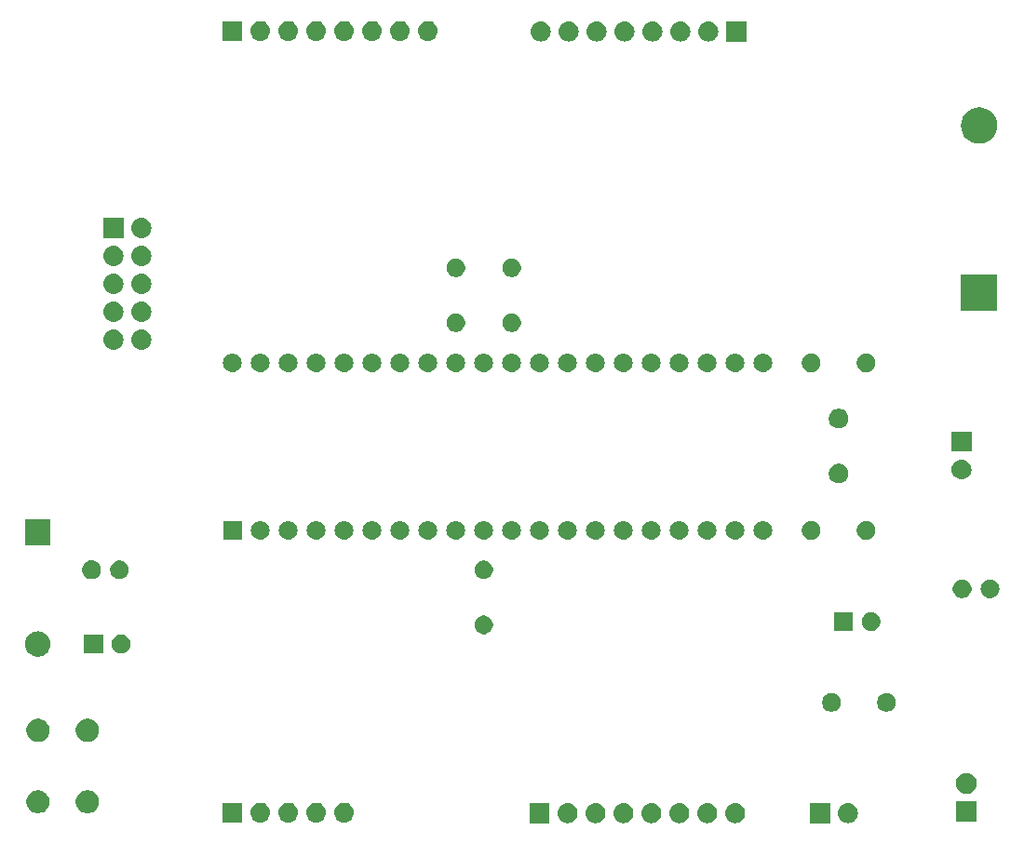
<source format=gbr>
%TF.GenerationSoftware,KiCad,Pcbnew,5.1.4-3.fc30*%
%TF.CreationDate,2019-10-13T14:32:02+02:00*%
%TF.ProjectId,avr_dev_board_atmega16,6176725f-6465-4765-9f62-6f6172645f61,1_0*%
%TF.SameCoordinates,PX2652348PY7832370*%
%TF.FileFunction,Soldermask,Bot*%
%TF.FilePolarity,Negative*%
%FSLAX46Y46*%
G04 Gerber Fmt 4.6, Leading zero omitted, Abs format (unit mm)*
G04 Created by KiCad (PCBNEW 5.1.4-3.fc30) date 2019-10-13 14:32:02*
%MOMM*%
%LPD*%
G04 APERTURE LIST*
%ADD10C,0.150000*%
G04 APERTURE END LIST*
D10*
G36*
X79396842Y4854282D02*
G01*
X79463027Y4847763D01*
X79632866Y4796243D01*
X79789391Y4712578D01*
X79805648Y4699236D01*
X79926586Y4599986D01*
X80009848Y4498529D01*
X80039178Y4462791D01*
X80122843Y4306266D01*
X80174363Y4136427D01*
X80191759Y3959800D01*
X80174363Y3783173D01*
X80122843Y3613334D01*
X80039178Y3456809D01*
X80009848Y3421071D01*
X79926586Y3319614D01*
X79850316Y3257022D01*
X79789391Y3207022D01*
X79632866Y3123357D01*
X79463027Y3071837D01*
X79396842Y3065318D01*
X79330660Y3058800D01*
X79242140Y3058800D01*
X79175958Y3065318D01*
X79109773Y3071837D01*
X78939934Y3123357D01*
X78783409Y3207022D01*
X78722484Y3257022D01*
X78646214Y3319614D01*
X78562952Y3421071D01*
X78533622Y3456809D01*
X78449957Y3613334D01*
X78398437Y3783173D01*
X78381041Y3959800D01*
X78398437Y4136427D01*
X78449957Y4306266D01*
X78533622Y4462791D01*
X78562952Y4498529D01*
X78646214Y4599986D01*
X78767152Y4699236D01*
X78783409Y4712578D01*
X78939934Y4796243D01*
X79109773Y4847763D01*
X79175958Y4854282D01*
X79242140Y4860800D01*
X79330660Y4860800D01*
X79396842Y4854282D01*
X79396842Y4854282D01*
G37*
G36*
X77647400Y3058800D02*
G01*
X75845400Y3058800D01*
X75845400Y4860800D01*
X77647400Y4860800D01*
X77647400Y3058800D01*
X77647400Y3058800D01*
G37*
G36*
X52147300Y3058800D02*
G01*
X50345300Y3058800D01*
X50345300Y4860800D01*
X52147300Y4860800D01*
X52147300Y3058800D01*
X52147300Y3058800D01*
G37*
G36*
X53896742Y4854282D02*
G01*
X53962927Y4847763D01*
X54132766Y4796243D01*
X54289291Y4712578D01*
X54305548Y4699236D01*
X54426486Y4599986D01*
X54509748Y4498529D01*
X54539078Y4462791D01*
X54622743Y4306266D01*
X54674263Y4136427D01*
X54691659Y3959800D01*
X54674263Y3783173D01*
X54622743Y3613334D01*
X54539078Y3456809D01*
X54509748Y3421071D01*
X54426486Y3319614D01*
X54350216Y3257022D01*
X54289291Y3207022D01*
X54132766Y3123357D01*
X53962927Y3071837D01*
X53896742Y3065318D01*
X53830560Y3058800D01*
X53742040Y3058800D01*
X53675858Y3065318D01*
X53609673Y3071837D01*
X53439834Y3123357D01*
X53283309Y3207022D01*
X53222384Y3257022D01*
X53146114Y3319614D01*
X53062852Y3421071D01*
X53033522Y3456809D01*
X52949857Y3613334D01*
X52898337Y3783173D01*
X52880941Y3959800D01*
X52898337Y4136427D01*
X52949857Y4306266D01*
X53033522Y4462791D01*
X53062852Y4498529D01*
X53146114Y4599986D01*
X53267052Y4699236D01*
X53283309Y4712578D01*
X53439834Y4796243D01*
X53609673Y4847763D01*
X53675858Y4854282D01*
X53742040Y4860800D01*
X53830560Y4860800D01*
X53896742Y4854282D01*
X53896742Y4854282D01*
G37*
G36*
X56436742Y4854282D02*
G01*
X56502927Y4847763D01*
X56672766Y4796243D01*
X56829291Y4712578D01*
X56845548Y4699236D01*
X56966486Y4599986D01*
X57049748Y4498529D01*
X57079078Y4462791D01*
X57162743Y4306266D01*
X57214263Y4136427D01*
X57231659Y3959800D01*
X57214263Y3783173D01*
X57162743Y3613334D01*
X57079078Y3456809D01*
X57049748Y3421071D01*
X56966486Y3319614D01*
X56890216Y3257022D01*
X56829291Y3207022D01*
X56672766Y3123357D01*
X56502927Y3071837D01*
X56436742Y3065318D01*
X56370560Y3058800D01*
X56282040Y3058800D01*
X56215858Y3065318D01*
X56149673Y3071837D01*
X55979834Y3123357D01*
X55823309Y3207022D01*
X55762384Y3257022D01*
X55686114Y3319614D01*
X55602852Y3421071D01*
X55573522Y3456809D01*
X55489857Y3613334D01*
X55438337Y3783173D01*
X55420941Y3959800D01*
X55438337Y4136427D01*
X55489857Y4306266D01*
X55573522Y4462791D01*
X55602852Y4498529D01*
X55686114Y4599986D01*
X55807052Y4699236D01*
X55823309Y4712578D01*
X55979834Y4796243D01*
X56149673Y4847763D01*
X56215858Y4854282D01*
X56282040Y4860800D01*
X56370560Y4860800D01*
X56436742Y4854282D01*
X56436742Y4854282D01*
G37*
G36*
X58976742Y4854282D02*
G01*
X59042927Y4847763D01*
X59212766Y4796243D01*
X59369291Y4712578D01*
X59385548Y4699236D01*
X59506486Y4599986D01*
X59589748Y4498529D01*
X59619078Y4462791D01*
X59702743Y4306266D01*
X59754263Y4136427D01*
X59771659Y3959800D01*
X59754263Y3783173D01*
X59702743Y3613334D01*
X59619078Y3456809D01*
X59589748Y3421071D01*
X59506486Y3319614D01*
X59430216Y3257022D01*
X59369291Y3207022D01*
X59212766Y3123357D01*
X59042927Y3071837D01*
X58976742Y3065318D01*
X58910560Y3058800D01*
X58822040Y3058800D01*
X58755858Y3065318D01*
X58689673Y3071837D01*
X58519834Y3123357D01*
X58363309Y3207022D01*
X58302384Y3257022D01*
X58226114Y3319614D01*
X58142852Y3421071D01*
X58113522Y3456809D01*
X58029857Y3613334D01*
X57978337Y3783173D01*
X57960941Y3959800D01*
X57978337Y4136427D01*
X58029857Y4306266D01*
X58113522Y4462791D01*
X58142852Y4498529D01*
X58226114Y4599986D01*
X58347052Y4699236D01*
X58363309Y4712578D01*
X58519834Y4796243D01*
X58689673Y4847763D01*
X58755858Y4854282D01*
X58822040Y4860800D01*
X58910560Y4860800D01*
X58976742Y4854282D01*
X58976742Y4854282D01*
G37*
G36*
X64056742Y4854282D02*
G01*
X64122927Y4847763D01*
X64292766Y4796243D01*
X64449291Y4712578D01*
X64465548Y4699236D01*
X64586486Y4599986D01*
X64669748Y4498529D01*
X64699078Y4462791D01*
X64782743Y4306266D01*
X64834263Y4136427D01*
X64851659Y3959800D01*
X64834263Y3783173D01*
X64782743Y3613334D01*
X64699078Y3456809D01*
X64669748Y3421071D01*
X64586486Y3319614D01*
X64510216Y3257022D01*
X64449291Y3207022D01*
X64292766Y3123357D01*
X64122927Y3071837D01*
X64056742Y3065318D01*
X63990560Y3058800D01*
X63902040Y3058800D01*
X63835858Y3065318D01*
X63769673Y3071837D01*
X63599834Y3123357D01*
X63443309Y3207022D01*
X63382384Y3257022D01*
X63306114Y3319614D01*
X63222852Y3421071D01*
X63193522Y3456809D01*
X63109857Y3613334D01*
X63058337Y3783173D01*
X63040941Y3959800D01*
X63058337Y4136427D01*
X63109857Y4306266D01*
X63193522Y4462791D01*
X63222852Y4498529D01*
X63306114Y4599986D01*
X63427052Y4699236D01*
X63443309Y4712578D01*
X63599834Y4796243D01*
X63769673Y4847763D01*
X63835858Y4854282D01*
X63902040Y4860800D01*
X63990560Y4860800D01*
X64056742Y4854282D01*
X64056742Y4854282D01*
G37*
G36*
X61516742Y4854282D02*
G01*
X61582927Y4847763D01*
X61752766Y4796243D01*
X61909291Y4712578D01*
X61925548Y4699236D01*
X62046486Y4599986D01*
X62129748Y4498529D01*
X62159078Y4462791D01*
X62242743Y4306266D01*
X62294263Y4136427D01*
X62311659Y3959800D01*
X62294263Y3783173D01*
X62242743Y3613334D01*
X62159078Y3456809D01*
X62129748Y3421071D01*
X62046486Y3319614D01*
X61970216Y3257022D01*
X61909291Y3207022D01*
X61752766Y3123357D01*
X61582927Y3071837D01*
X61516742Y3065318D01*
X61450560Y3058800D01*
X61362040Y3058800D01*
X61295858Y3065318D01*
X61229673Y3071837D01*
X61059834Y3123357D01*
X60903309Y3207022D01*
X60842384Y3257022D01*
X60766114Y3319614D01*
X60682852Y3421071D01*
X60653522Y3456809D01*
X60569857Y3613334D01*
X60518337Y3783173D01*
X60500941Y3959800D01*
X60518337Y4136427D01*
X60569857Y4306266D01*
X60653522Y4462791D01*
X60682852Y4498529D01*
X60766114Y4599986D01*
X60887052Y4699236D01*
X60903309Y4712578D01*
X61059834Y4796243D01*
X61229673Y4847763D01*
X61295858Y4854282D01*
X61362040Y4860800D01*
X61450560Y4860800D01*
X61516742Y4854282D01*
X61516742Y4854282D01*
G37*
G36*
X69136742Y4854282D02*
G01*
X69202927Y4847763D01*
X69372766Y4796243D01*
X69529291Y4712578D01*
X69545548Y4699236D01*
X69666486Y4599986D01*
X69749748Y4498529D01*
X69779078Y4462791D01*
X69862743Y4306266D01*
X69914263Y4136427D01*
X69931659Y3959800D01*
X69914263Y3783173D01*
X69862743Y3613334D01*
X69779078Y3456809D01*
X69749748Y3421071D01*
X69666486Y3319614D01*
X69590216Y3257022D01*
X69529291Y3207022D01*
X69372766Y3123357D01*
X69202927Y3071837D01*
X69136742Y3065318D01*
X69070560Y3058800D01*
X68982040Y3058800D01*
X68915858Y3065318D01*
X68849673Y3071837D01*
X68679834Y3123357D01*
X68523309Y3207022D01*
X68462384Y3257022D01*
X68386114Y3319614D01*
X68302852Y3421071D01*
X68273522Y3456809D01*
X68189857Y3613334D01*
X68138337Y3783173D01*
X68120941Y3959800D01*
X68138337Y4136427D01*
X68189857Y4306266D01*
X68273522Y4462791D01*
X68302852Y4498529D01*
X68386114Y4599986D01*
X68507052Y4699236D01*
X68523309Y4712578D01*
X68679834Y4796243D01*
X68849673Y4847763D01*
X68915858Y4854282D01*
X68982040Y4860800D01*
X69070560Y4860800D01*
X69136742Y4854282D01*
X69136742Y4854282D01*
G37*
G36*
X66596742Y4854282D02*
G01*
X66662927Y4847763D01*
X66832766Y4796243D01*
X66989291Y4712578D01*
X67005548Y4699236D01*
X67126486Y4599986D01*
X67209748Y4498529D01*
X67239078Y4462791D01*
X67322743Y4306266D01*
X67374263Y4136427D01*
X67391659Y3959800D01*
X67374263Y3783173D01*
X67322743Y3613334D01*
X67239078Y3456809D01*
X67209748Y3421071D01*
X67126486Y3319614D01*
X67050216Y3257022D01*
X66989291Y3207022D01*
X66832766Y3123357D01*
X66662927Y3071837D01*
X66596742Y3065318D01*
X66530560Y3058800D01*
X66442040Y3058800D01*
X66375858Y3065318D01*
X66309673Y3071837D01*
X66139834Y3123357D01*
X65983309Y3207022D01*
X65922384Y3257022D01*
X65846114Y3319614D01*
X65762852Y3421071D01*
X65733522Y3456809D01*
X65649857Y3613334D01*
X65598337Y3783173D01*
X65580941Y3959800D01*
X65598337Y4136427D01*
X65649857Y4306266D01*
X65733522Y4462791D01*
X65762852Y4498529D01*
X65846114Y4599986D01*
X65967052Y4699236D01*
X65983309Y4712578D01*
X66139834Y4796243D01*
X66309673Y4847763D01*
X66375858Y4854282D01*
X66442040Y4860800D01*
X66530560Y4860800D01*
X66596742Y4854282D01*
X66596742Y4854282D01*
G37*
G36*
X25942443Y4904281D02*
G01*
X26008627Y4897763D01*
X26178466Y4846243D01*
X26334991Y4762578D01*
X26370729Y4733248D01*
X26472186Y4649986D01*
X26555448Y4548529D01*
X26584778Y4512791D01*
X26668443Y4356266D01*
X26719963Y4186427D01*
X26737359Y4009800D01*
X26719963Y3833173D01*
X26668443Y3663334D01*
X26584778Y3506809D01*
X26555448Y3471071D01*
X26472186Y3369614D01*
X26370729Y3286352D01*
X26334991Y3257022D01*
X26334989Y3257021D01*
X26209229Y3189800D01*
X26178466Y3173357D01*
X26008627Y3121837D01*
X25942443Y3115319D01*
X25876260Y3108800D01*
X25787740Y3108800D01*
X25721557Y3115319D01*
X25655373Y3121837D01*
X25485534Y3173357D01*
X25454772Y3189800D01*
X25329011Y3257021D01*
X25329009Y3257022D01*
X25293271Y3286352D01*
X25191814Y3369614D01*
X25108552Y3471071D01*
X25079222Y3506809D01*
X24995557Y3663334D01*
X24944037Y3833173D01*
X24926641Y4009800D01*
X24944037Y4186427D01*
X24995557Y4356266D01*
X25079222Y4512791D01*
X25108552Y4548529D01*
X25191814Y4649986D01*
X25293271Y4733248D01*
X25329009Y4762578D01*
X25485534Y4846243D01*
X25655373Y4897763D01*
X25721557Y4904281D01*
X25787740Y4910800D01*
X25876260Y4910800D01*
X25942443Y4904281D01*
X25942443Y4904281D01*
G37*
G36*
X33562443Y4904281D02*
G01*
X33628627Y4897763D01*
X33798466Y4846243D01*
X33954991Y4762578D01*
X33990729Y4733248D01*
X34092186Y4649986D01*
X34175448Y4548529D01*
X34204778Y4512791D01*
X34288443Y4356266D01*
X34339963Y4186427D01*
X34357359Y4009800D01*
X34339963Y3833173D01*
X34288443Y3663334D01*
X34204778Y3506809D01*
X34175448Y3471071D01*
X34092186Y3369614D01*
X33990729Y3286352D01*
X33954991Y3257022D01*
X33954989Y3257021D01*
X33829229Y3189800D01*
X33798466Y3173357D01*
X33628627Y3121837D01*
X33562443Y3115319D01*
X33496260Y3108800D01*
X33407740Y3108800D01*
X33341557Y3115319D01*
X33275373Y3121837D01*
X33105534Y3173357D01*
X33074772Y3189800D01*
X32949011Y3257021D01*
X32949009Y3257022D01*
X32913271Y3286352D01*
X32811814Y3369614D01*
X32728552Y3471071D01*
X32699222Y3506809D01*
X32615557Y3663334D01*
X32564037Y3833173D01*
X32546641Y4009800D01*
X32564037Y4186427D01*
X32615557Y4356266D01*
X32699222Y4512791D01*
X32728552Y4548529D01*
X32811814Y4649986D01*
X32913271Y4733248D01*
X32949009Y4762578D01*
X33105534Y4846243D01*
X33275373Y4897763D01*
X33341557Y4904281D01*
X33407740Y4910800D01*
X33496260Y4910800D01*
X33562443Y4904281D01*
X33562443Y4904281D01*
G37*
G36*
X31022443Y4904281D02*
G01*
X31088627Y4897763D01*
X31258466Y4846243D01*
X31414991Y4762578D01*
X31450729Y4733248D01*
X31552186Y4649986D01*
X31635448Y4548529D01*
X31664778Y4512791D01*
X31748443Y4356266D01*
X31799963Y4186427D01*
X31817359Y4009800D01*
X31799963Y3833173D01*
X31748443Y3663334D01*
X31664778Y3506809D01*
X31635448Y3471071D01*
X31552186Y3369614D01*
X31450729Y3286352D01*
X31414991Y3257022D01*
X31414989Y3257021D01*
X31289229Y3189800D01*
X31258466Y3173357D01*
X31088627Y3121837D01*
X31022443Y3115319D01*
X30956260Y3108800D01*
X30867740Y3108800D01*
X30801557Y3115319D01*
X30735373Y3121837D01*
X30565534Y3173357D01*
X30534772Y3189800D01*
X30409011Y3257021D01*
X30409009Y3257022D01*
X30373271Y3286352D01*
X30271814Y3369614D01*
X30188552Y3471071D01*
X30159222Y3506809D01*
X30075557Y3663334D01*
X30024037Y3833173D01*
X30006641Y4009800D01*
X30024037Y4186427D01*
X30075557Y4356266D01*
X30159222Y4512791D01*
X30188552Y4548529D01*
X30271814Y4649986D01*
X30373271Y4733248D01*
X30409009Y4762578D01*
X30565534Y4846243D01*
X30735373Y4897763D01*
X30801557Y4904281D01*
X30867740Y4910800D01*
X30956260Y4910800D01*
X31022443Y4904281D01*
X31022443Y4904281D01*
G37*
G36*
X28482443Y4904281D02*
G01*
X28548627Y4897763D01*
X28718466Y4846243D01*
X28874991Y4762578D01*
X28910729Y4733248D01*
X29012186Y4649986D01*
X29095448Y4548529D01*
X29124778Y4512791D01*
X29208443Y4356266D01*
X29259963Y4186427D01*
X29277359Y4009800D01*
X29259963Y3833173D01*
X29208443Y3663334D01*
X29124778Y3506809D01*
X29095448Y3471071D01*
X29012186Y3369614D01*
X28910729Y3286352D01*
X28874991Y3257022D01*
X28874989Y3257021D01*
X28749229Y3189800D01*
X28718466Y3173357D01*
X28548627Y3121837D01*
X28482443Y3115319D01*
X28416260Y3108800D01*
X28327740Y3108800D01*
X28261557Y3115319D01*
X28195373Y3121837D01*
X28025534Y3173357D01*
X27994772Y3189800D01*
X27869011Y3257021D01*
X27869009Y3257022D01*
X27833271Y3286352D01*
X27731814Y3369614D01*
X27648552Y3471071D01*
X27619222Y3506809D01*
X27535557Y3663334D01*
X27484037Y3833173D01*
X27466641Y4009800D01*
X27484037Y4186427D01*
X27535557Y4356266D01*
X27619222Y4512791D01*
X27648552Y4548529D01*
X27731814Y4649986D01*
X27833271Y4733248D01*
X27869009Y4762578D01*
X28025534Y4846243D01*
X28195373Y4897763D01*
X28261557Y4904281D01*
X28327740Y4910800D01*
X28416260Y4910800D01*
X28482443Y4904281D01*
X28482443Y4904281D01*
G37*
G36*
X24193000Y3108800D02*
G01*
X22391000Y3108800D01*
X22391000Y4910800D01*
X24193000Y4910800D01*
X24193000Y3108800D01*
X24193000Y3108800D01*
G37*
G36*
X91013400Y3189800D02*
G01*
X89111400Y3189800D01*
X89111400Y5091800D01*
X91013400Y5091800D01*
X91013400Y3189800D01*
X91013400Y3189800D01*
G37*
G36*
X10420164Y6016411D02*
G01*
X10599545Y5942109D01*
X10611435Y5937184D01*
X10759822Y5838035D01*
X10783573Y5822165D01*
X10929965Y5675773D01*
X11044985Y5503633D01*
X11124211Y5312364D01*
X11164600Y5109316D01*
X11164600Y4902284D01*
X11124211Y4699236D01*
X11083100Y4599986D01*
X11044984Y4507965D01*
X10929965Y4335827D01*
X10783573Y4189435D01*
X10611435Y4074416D01*
X10611434Y4074415D01*
X10611433Y4074415D01*
X10420164Y3995189D01*
X10217116Y3954800D01*
X10010084Y3954800D01*
X9807036Y3995189D01*
X9615767Y4074415D01*
X9615766Y4074415D01*
X9615765Y4074416D01*
X9443627Y4189435D01*
X9297235Y4335827D01*
X9182216Y4507965D01*
X9144100Y4599986D01*
X9102989Y4699236D01*
X9062600Y4902284D01*
X9062600Y5109316D01*
X9102989Y5312364D01*
X9182215Y5503633D01*
X9297235Y5675773D01*
X9443627Y5822165D01*
X9467378Y5838035D01*
X9615765Y5937184D01*
X9627655Y5942109D01*
X9807036Y6016411D01*
X10010084Y6056800D01*
X10217116Y6056800D01*
X10420164Y6016411D01*
X10420164Y6016411D01*
G37*
G36*
X5920164Y6016411D02*
G01*
X6099545Y5942109D01*
X6111435Y5937184D01*
X6259822Y5838035D01*
X6283573Y5822165D01*
X6429965Y5675773D01*
X6544985Y5503633D01*
X6624211Y5312364D01*
X6664600Y5109316D01*
X6664600Y4902284D01*
X6624211Y4699236D01*
X6583100Y4599986D01*
X6544984Y4507965D01*
X6429965Y4335827D01*
X6283573Y4189435D01*
X6111435Y4074416D01*
X6111434Y4074415D01*
X6111433Y4074415D01*
X5920164Y3995189D01*
X5717116Y3954800D01*
X5510084Y3954800D01*
X5307036Y3995189D01*
X5115767Y4074415D01*
X5115766Y4074415D01*
X5115765Y4074416D01*
X4943627Y4189435D01*
X4797235Y4335827D01*
X4682216Y4507965D01*
X4644100Y4599986D01*
X4602989Y4699236D01*
X4562600Y4902284D01*
X4562600Y5109316D01*
X4602989Y5312364D01*
X4682215Y5503633D01*
X4797235Y5675773D01*
X4943627Y5822165D01*
X4967378Y5838035D01*
X5115765Y5937184D01*
X5127655Y5942109D01*
X5307036Y6016411D01*
X5510084Y6056800D01*
X5717116Y6056800D01*
X5920164Y6016411D01*
X5920164Y6016411D01*
G37*
G36*
X90339795Y7595254D02*
G01*
X90512866Y7523566D01*
X90512867Y7523565D01*
X90668627Y7419490D01*
X90801090Y7287027D01*
X90801091Y7287025D01*
X90905166Y7131266D01*
X90976854Y6958195D01*
X91013400Y6774467D01*
X91013400Y6587133D01*
X90976854Y6403405D01*
X90905166Y6230334D01*
X90905165Y6230333D01*
X90801090Y6074573D01*
X90668627Y5942110D01*
X90590218Y5889719D01*
X90512866Y5838034D01*
X90339795Y5766346D01*
X90156067Y5729800D01*
X89968733Y5729800D01*
X89785005Y5766346D01*
X89611934Y5838034D01*
X89534582Y5889719D01*
X89456173Y5942110D01*
X89323710Y6074573D01*
X89219635Y6230333D01*
X89219634Y6230334D01*
X89147946Y6403405D01*
X89111400Y6587133D01*
X89111400Y6774467D01*
X89147946Y6958195D01*
X89219634Y7131266D01*
X89323709Y7287025D01*
X89323710Y7287027D01*
X89456173Y7419490D01*
X89611933Y7523565D01*
X89611934Y7523566D01*
X89785005Y7595254D01*
X89968733Y7631800D01*
X90156067Y7631800D01*
X90339795Y7595254D01*
X90339795Y7595254D01*
G37*
G36*
X5920164Y12516411D02*
G01*
X6111433Y12437185D01*
X6111435Y12437184D01*
X6283573Y12322165D01*
X6429965Y12175773D01*
X6544985Y12003633D01*
X6624211Y11812364D01*
X6664600Y11609316D01*
X6664600Y11402284D01*
X6624211Y11199236D01*
X6544985Y11007967D01*
X6544984Y11007965D01*
X6429965Y10835827D01*
X6283573Y10689435D01*
X6111435Y10574416D01*
X6111434Y10574415D01*
X6111433Y10574415D01*
X5920164Y10495189D01*
X5717116Y10454800D01*
X5510084Y10454800D01*
X5307036Y10495189D01*
X5115767Y10574415D01*
X5115766Y10574415D01*
X5115765Y10574416D01*
X4943627Y10689435D01*
X4797235Y10835827D01*
X4682216Y11007965D01*
X4682215Y11007967D01*
X4602989Y11199236D01*
X4562600Y11402284D01*
X4562600Y11609316D01*
X4602989Y11812364D01*
X4682215Y12003633D01*
X4797235Y12175773D01*
X4943627Y12322165D01*
X5115765Y12437184D01*
X5115767Y12437185D01*
X5307036Y12516411D01*
X5510084Y12556800D01*
X5717116Y12556800D01*
X5920164Y12516411D01*
X5920164Y12516411D01*
G37*
G36*
X10420164Y12516411D02*
G01*
X10611433Y12437185D01*
X10611435Y12437184D01*
X10783573Y12322165D01*
X10929965Y12175773D01*
X11044985Y12003633D01*
X11124211Y11812364D01*
X11164600Y11609316D01*
X11164600Y11402284D01*
X11124211Y11199236D01*
X11044985Y11007967D01*
X11044984Y11007965D01*
X10929965Y10835827D01*
X10783573Y10689435D01*
X10611435Y10574416D01*
X10611434Y10574415D01*
X10611433Y10574415D01*
X10420164Y10495189D01*
X10217116Y10454800D01*
X10010084Y10454800D01*
X9807036Y10495189D01*
X9615767Y10574415D01*
X9615766Y10574415D01*
X9615765Y10574416D01*
X9443627Y10689435D01*
X9297235Y10835827D01*
X9182216Y11007965D01*
X9182215Y11007967D01*
X9102989Y11199236D01*
X9062600Y11402284D01*
X9062600Y11609316D01*
X9102989Y11812364D01*
X9182215Y12003633D01*
X9297235Y12175773D01*
X9443627Y12322165D01*
X9615765Y12437184D01*
X9615767Y12437185D01*
X9807036Y12516411D01*
X10010084Y12556800D01*
X10217116Y12556800D01*
X10420164Y12516411D01*
X10420164Y12516411D01*
G37*
G36*
X83038628Y14864097D02*
G01*
X83193500Y14799947D01*
X83332881Y14706815D01*
X83451415Y14588281D01*
X83544547Y14448900D01*
X83608697Y14294028D01*
X83641400Y14129616D01*
X83641400Y13961984D01*
X83608697Y13797572D01*
X83544547Y13642700D01*
X83451415Y13503319D01*
X83332881Y13384785D01*
X83193500Y13291653D01*
X83038628Y13227503D01*
X82874216Y13194800D01*
X82706584Y13194800D01*
X82542172Y13227503D01*
X82387300Y13291653D01*
X82247919Y13384785D01*
X82129385Y13503319D01*
X82036253Y13642700D01*
X81972103Y13797572D01*
X81939400Y13961984D01*
X81939400Y14129616D01*
X81972103Y14294028D01*
X82036253Y14448900D01*
X82129385Y14588281D01*
X82247919Y14706815D01*
X82387300Y14799947D01*
X82542172Y14864097D01*
X82706584Y14896800D01*
X82874216Y14896800D01*
X83038628Y14864097D01*
X83038628Y14864097D01*
G37*
G36*
X78038628Y14864097D02*
G01*
X78193500Y14799947D01*
X78332881Y14706815D01*
X78451415Y14588281D01*
X78544547Y14448900D01*
X78608697Y14294028D01*
X78641400Y14129616D01*
X78641400Y13961984D01*
X78608697Y13797572D01*
X78544547Y13642700D01*
X78451415Y13503319D01*
X78332881Y13384785D01*
X78193500Y13291653D01*
X78038628Y13227503D01*
X77874216Y13194800D01*
X77706584Y13194800D01*
X77542172Y13227503D01*
X77387300Y13291653D01*
X77247919Y13384785D01*
X77129385Y13503319D01*
X77036253Y13642700D01*
X76972103Y13797572D01*
X76939400Y13961984D01*
X76939400Y14129616D01*
X76972103Y14294028D01*
X77036253Y14448900D01*
X77129385Y14588281D01*
X77247919Y14706815D01*
X77387300Y14799947D01*
X77542172Y14864097D01*
X77706584Y14896800D01*
X77874216Y14896800D01*
X78038628Y14864097D01*
X78038628Y14864097D01*
G37*
G36*
X5782871Y20494697D02*
G01*
X5839235Y20489146D01*
X6056200Y20423330D01*
X6056202Y20423329D01*
X6256155Y20316453D01*
X6431418Y20172618D01*
X6575253Y19997355D01*
X6682129Y19797402D01*
X6747946Y19580434D01*
X6770169Y19354800D01*
X6747946Y19129166D01*
X6682129Y18912198D01*
X6575253Y18712245D01*
X6431418Y18536982D01*
X6256155Y18393147D01*
X6056202Y18286271D01*
X6056200Y18286270D01*
X5839235Y18220454D01*
X5782871Y18214903D01*
X5670145Y18203800D01*
X5557055Y18203800D01*
X5444329Y18214903D01*
X5387965Y18220454D01*
X5171000Y18286270D01*
X5170998Y18286271D01*
X4971045Y18393147D01*
X4795782Y18536982D01*
X4651947Y18712245D01*
X4545071Y18912198D01*
X4479254Y19129166D01*
X4457031Y19354800D01*
X4479254Y19580434D01*
X4545071Y19797402D01*
X4651947Y19997355D01*
X4795782Y20172618D01*
X4971045Y20316453D01*
X5170998Y20423329D01*
X5171000Y20423330D01*
X5387965Y20489146D01*
X5444329Y20494697D01*
X5557055Y20505800D01*
X5670145Y20505800D01*
X5782871Y20494697D01*
X5782871Y20494697D01*
G37*
G36*
X11519200Y18503800D02*
G01*
X9817200Y18503800D01*
X9817200Y20205800D01*
X11519200Y20205800D01*
X11519200Y18503800D01*
X11519200Y18503800D01*
G37*
G36*
X13416428Y20173097D02*
G01*
X13571300Y20108947D01*
X13710681Y20015815D01*
X13829215Y19897281D01*
X13922347Y19757900D01*
X13986497Y19603028D01*
X14019200Y19438616D01*
X14019200Y19270984D01*
X13986497Y19106572D01*
X13922347Y18951700D01*
X13829215Y18812319D01*
X13710681Y18693785D01*
X13571300Y18600653D01*
X13416428Y18536503D01*
X13252016Y18503800D01*
X13084384Y18503800D01*
X12919972Y18536503D01*
X12765100Y18600653D01*
X12625719Y18693785D01*
X12507185Y18812319D01*
X12414053Y18951700D01*
X12349903Y19106572D01*
X12317200Y19270984D01*
X12317200Y19438616D01*
X12349903Y19603028D01*
X12414053Y19757900D01*
X12507185Y19897281D01*
X12625719Y20015815D01*
X12765100Y20108947D01*
X12919972Y20173097D01*
X13084384Y20205800D01*
X13252016Y20205800D01*
X13416428Y20173097D01*
X13416428Y20173097D01*
G37*
G36*
X46400228Y21916297D02*
G01*
X46555100Y21852147D01*
X46694481Y21759015D01*
X46813015Y21640481D01*
X46906147Y21501100D01*
X46970297Y21346228D01*
X47003000Y21181816D01*
X47003000Y21014184D01*
X46970297Y20849772D01*
X46906147Y20694900D01*
X46813015Y20555519D01*
X46694481Y20436985D01*
X46555100Y20343853D01*
X46400228Y20279703D01*
X46235816Y20247000D01*
X46068184Y20247000D01*
X45903772Y20279703D01*
X45748900Y20343853D01*
X45609519Y20436985D01*
X45490985Y20555519D01*
X45397853Y20694900D01*
X45333703Y20849772D01*
X45301000Y21014184D01*
X45301000Y21181816D01*
X45333703Y21346228D01*
X45397853Y21501100D01*
X45490985Y21640481D01*
X45609519Y21759015D01*
X45748900Y21852147D01*
X45903772Y21916297D01*
X46068184Y21949000D01*
X46235816Y21949000D01*
X46400228Y21916297D01*
X46400228Y21916297D01*
G37*
G36*
X79734400Y20532800D02*
G01*
X78032400Y20532800D01*
X78032400Y22234800D01*
X79734400Y22234800D01*
X79734400Y20532800D01*
X79734400Y20532800D01*
G37*
G36*
X81631628Y22202097D02*
G01*
X81786500Y22137947D01*
X81925881Y22044815D01*
X82044415Y21926281D01*
X82137547Y21786900D01*
X82201697Y21632028D01*
X82234400Y21467616D01*
X82234400Y21299984D01*
X82201697Y21135572D01*
X82137547Y20980700D01*
X82044415Y20841319D01*
X81925881Y20722785D01*
X81786500Y20629653D01*
X81631628Y20565503D01*
X81467216Y20532800D01*
X81299584Y20532800D01*
X81135172Y20565503D01*
X80980300Y20629653D01*
X80840919Y20722785D01*
X80722385Y20841319D01*
X80629253Y20980700D01*
X80565103Y21135572D01*
X80532400Y21299984D01*
X80532400Y21467616D01*
X80565103Y21632028D01*
X80629253Y21786900D01*
X80722385Y21926281D01*
X80840919Y22044815D01*
X80980300Y22137947D01*
X81135172Y22202097D01*
X81299584Y22234800D01*
X81467216Y22234800D01*
X81631628Y22202097D01*
X81631628Y22202097D01*
G37*
G36*
X92369223Y25222487D02*
G01*
X92529642Y25173824D01*
X92596761Y25137948D01*
X92677478Y25094804D01*
X92807059Y24988459D01*
X92913404Y24858878D01*
X92913405Y24858876D01*
X92992424Y24711042D01*
X93041087Y24550623D01*
X93057517Y24383800D01*
X93041087Y24216977D01*
X92992424Y24056558D01*
X92951877Y23980700D01*
X92913404Y23908722D01*
X92807059Y23779141D01*
X92677478Y23672796D01*
X92677476Y23672795D01*
X92529642Y23593776D01*
X92369223Y23545113D01*
X92244204Y23532800D01*
X92160596Y23532800D01*
X92035577Y23545113D01*
X91875158Y23593776D01*
X91727324Y23672795D01*
X91727322Y23672796D01*
X91597741Y23779141D01*
X91491396Y23908722D01*
X91452923Y23980700D01*
X91412376Y24056558D01*
X91363713Y24216977D01*
X91347283Y24383800D01*
X91363713Y24550623D01*
X91412376Y24711042D01*
X91491395Y24858876D01*
X91491396Y24858878D01*
X91597741Y24988459D01*
X91727322Y25094804D01*
X91808039Y25137948D01*
X91875158Y25173824D01*
X92035577Y25222487D01*
X92160596Y25234800D01*
X92244204Y25234800D01*
X92369223Y25222487D01*
X92369223Y25222487D01*
G37*
G36*
X89910628Y25202097D02*
G01*
X90065500Y25137947D01*
X90204881Y25044815D01*
X90323415Y24926281D01*
X90416547Y24786900D01*
X90480697Y24632028D01*
X90513400Y24467616D01*
X90513400Y24299984D01*
X90480697Y24135572D01*
X90416547Y23980700D01*
X90323415Y23841319D01*
X90204881Y23722785D01*
X90065500Y23629653D01*
X89910628Y23565503D01*
X89746216Y23532800D01*
X89578584Y23532800D01*
X89414172Y23565503D01*
X89259300Y23629653D01*
X89119919Y23722785D01*
X89001385Y23841319D01*
X88908253Y23980700D01*
X88844103Y24135572D01*
X88811400Y24299984D01*
X88811400Y24467616D01*
X88844103Y24632028D01*
X88908253Y24786900D01*
X89001385Y24926281D01*
X89119919Y25044815D01*
X89259300Y25137947D01*
X89414172Y25202097D01*
X89578584Y25234800D01*
X89746216Y25234800D01*
X89910628Y25202097D01*
X89910628Y25202097D01*
G37*
G36*
X46400228Y26916297D02*
G01*
X46555100Y26852147D01*
X46694481Y26759015D01*
X46813015Y26640481D01*
X46906147Y26501100D01*
X46970297Y26346228D01*
X47003000Y26181816D01*
X47003000Y26014184D01*
X46970297Y25849772D01*
X46906147Y25694900D01*
X46813015Y25555519D01*
X46694481Y25436985D01*
X46555100Y25343853D01*
X46400228Y25279703D01*
X46235816Y25247000D01*
X46068184Y25247000D01*
X45903772Y25279703D01*
X45748900Y25343853D01*
X45609519Y25436985D01*
X45490985Y25555519D01*
X45397853Y25694900D01*
X45333703Y25849772D01*
X45301000Y26014184D01*
X45301000Y26181816D01*
X45333703Y26346228D01*
X45397853Y26501100D01*
X45490985Y26640481D01*
X45609519Y26759015D01*
X45748900Y26852147D01*
X45903772Y26916297D01*
X46068184Y26949000D01*
X46235816Y26949000D01*
X46400228Y26916297D01*
X46400228Y26916297D01*
G37*
G36*
X10657223Y26937187D02*
G01*
X10817642Y26888524D01*
X10950306Y26817614D01*
X10965478Y26809504D01*
X11095059Y26703159D01*
X11201404Y26573578D01*
X11201405Y26573576D01*
X11280424Y26425742D01*
X11329087Y26265323D01*
X11345517Y26098500D01*
X11329087Y25931677D01*
X11280424Y25771258D01*
X11239877Y25695400D01*
X11201404Y25623422D01*
X11095059Y25493841D01*
X10965478Y25387496D01*
X10965476Y25387495D01*
X10817642Y25308476D01*
X10657223Y25259813D01*
X10532204Y25247500D01*
X10448596Y25247500D01*
X10323577Y25259813D01*
X10163158Y25308476D01*
X10015324Y25387495D01*
X10015322Y25387496D01*
X9885741Y25493841D01*
X9779396Y25623422D01*
X9740923Y25695400D01*
X9700376Y25771258D01*
X9651713Y25931677D01*
X9635283Y26098500D01*
X9651713Y26265323D01*
X9700376Y26425742D01*
X9779395Y26573576D01*
X9779396Y26573578D01*
X9885741Y26703159D01*
X10015322Y26809504D01*
X10030494Y26817614D01*
X10163158Y26888524D01*
X10323577Y26937187D01*
X10448596Y26949500D01*
X10532204Y26949500D01*
X10657223Y26937187D01*
X10657223Y26937187D01*
G37*
G36*
X13278628Y26916797D02*
G01*
X13433500Y26852647D01*
X13572881Y26759515D01*
X13691415Y26640981D01*
X13784547Y26501600D01*
X13848697Y26346728D01*
X13881400Y26182316D01*
X13881400Y26014684D01*
X13848697Y25850272D01*
X13784547Y25695400D01*
X13691415Y25556019D01*
X13572881Y25437485D01*
X13433500Y25344353D01*
X13278628Y25280203D01*
X13114216Y25247500D01*
X12946584Y25247500D01*
X12782172Y25280203D01*
X12627300Y25344353D01*
X12487919Y25437485D01*
X12369385Y25556019D01*
X12276253Y25695400D01*
X12212103Y25850272D01*
X12179400Y26014684D01*
X12179400Y26182316D01*
X12212103Y26346728D01*
X12276253Y26501600D01*
X12369385Y26640981D01*
X12487919Y26759515D01*
X12627300Y26852647D01*
X12782172Y26916797D01*
X12946584Y26949500D01*
X13114216Y26949500D01*
X13278628Y26916797D01*
X13278628Y26916797D01*
G37*
G36*
X6764600Y28363800D02*
G01*
X4462600Y28363800D01*
X4462600Y30665800D01*
X6764600Y30665800D01*
X6764600Y28363800D01*
X6764600Y28363800D01*
G37*
G36*
X41238823Y30538887D02*
G01*
X41399242Y30490224D01*
X41466361Y30454348D01*
X41547078Y30411204D01*
X41676659Y30304859D01*
X41783004Y30175278D01*
X41783005Y30175276D01*
X41862024Y30027442D01*
X41910687Y29867023D01*
X41927117Y29700200D01*
X41910687Y29533377D01*
X41862024Y29372958D01*
X41821477Y29297100D01*
X41783004Y29225122D01*
X41676659Y29095541D01*
X41547078Y28989196D01*
X41547076Y28989195D01*
X41399242Y28910176D01*
X41238823Y28861513D01*
X41113804Y28849200D01*
X41030196Y28849200D01*
X40905177Y28861513D01*
X40744758Y28910176D01*
X40596924Y28989195D01*
X40596922Y28989196D01*
X40467341Y29095541D01*
X40360996Y29225122D01*
X40322523Y29297100D01*
X40281976Y29372958D01*
X40233313Y29533377D01*
X40216883Y29700200D01*
X40233313Y29867023D01*
X40281976Y30027442D01*
X40360995Y30175276D01*
X40360996Y30175278D01*
X40467341Y30304859D01*
X40596922Y30411204D01*
X40677639Y30454348D01*
X40744758Y30490224D01*
X40905177Y30538887D01*
X41030196Y30551200D01*
X41113804Y30551200D01*
X41238823Y30538887D01*
X41238823Y30538887D01*
G37*
G36*
X69178823Y30538887D02*
G01*
X69339242Y30490224D01*
X69406361Y30454348D01*
X69487078Y30411204D01*
X69616659Y30304859D01*
X69723004Y30175278D01*
X69723005Y30175276D01*
X69802024Y30027442D01*
X69850687Y29867023D01*
X69867117Y29700200D01*
X69850687Y29533377D01*
X69802024Y29372958D01*
X69761477Y29297100D01*
X69723004Y29225122D01*
X69616659Y29095541D01*
X69487078Y28989196D01*
X69487076Y28989195D01*
X69339242Y28910176D01*
X69178823Y28861513D01*
X69053804Y28849200D01*
X68970196Y28849200D01*
X68845177Y28861513D01*
X68684758Y28910176D01*
X68536924Y28989195D01*
X68536922Y28989196D01*
X68407341Y29095541D01*
X68300996Y29225122D01*
X68262523Y29297100D01*
X68221976Y29372958D01*
X68173313Y29533377D01*
X68156883Y29700200D01*
X68173313Y29867023D01*
X68221976Y30027442D01*
X68300995Y30175276D01*
X68300996Y30175278D01*
X68407341Y30304859D01*
X68536922Y30411204D01*
X68617639Y30454348D01*
X68684758Y30490224D01*
X68845177Y30538887D01*
X68970196Y30551200D01*
X69053804Y30551200D01*
X69178823Y30538887D01*
X69178823Y30538887D01*
G37*
G36*
X66638823Y30538887D02*
G01*
X66799242Y30490224D01*
X66866361Y30454348D01*
X66947078Y30411204D01*
X67076659Y30304859D01*
X67183004Y30175278D01*
X67183005Y30175276D01*
X67262024Y30027442D01*
X67310687Y29867023D01*
X67327117Y29700200D01*
X67310687Y29533377D01*
X67262024Y29372958D01*
X67221477Y29297100D01*
X67183004Y29225122D01*
X67076659Y29095541D01*
X66947078Y28989196D01*
X66947076Y28989195D01*
X66799242Y28910176D01*
X66638823Y28861513D01*
X66513804Y28849200D01*
X66430196Y28849200D01*
X66305177Y28861513D01*
X66144758Y28910176D01*
X65996924Y28989195D01*
X65996922Y28989196D01*
X65867341Y29095541D01*
X65760996Y29225122D01*
X65722523Y29297100D01*
X65681976Y29372958D01*
X65633313Y29533377D01*
X65616883Y29700200D01*
X65633313Y29867023D01*
X65681976Y30027442D01*
X65760995Y30175276D01*
X65760996Y30175278D01*
X65867341Y30304859D01*
X65996922Y30411204D01*
X66077639Y30454348D01*
X66144758Y30490224D01*
X66305177Y30538887D01*
X66430196Y30551200D01*
X66513804Y30551200D01*
X66638823Y30538887D01*
X66638823Y30538887D01*
G37*
G36*
X64098823Y30538887D02*
G01*
X64259242Y30490224D01*
X64326361Y30454348D01*
X64407078Y30411204D01*
X64536659Y30304859D01*
X64643004Y30175278D01*
X64643005Y30175276D01*
X64722024Y30027442D01*
X64770687Y29867023D01*
X64787117Y29700200D01*
X64770687Y29533377D01*
X64722024Y29372958D01*
X64681477Y29297100D01*
X64643004Y29225122D01*
X64536659Y29095541D01*
X64407078Y28989196D01*
X64407076Y28989195D01*
X64259242Y28910176D01*
X64098823Y28861513D01*
X63973804Y28849200D01*
X63890196Y28849200D01*
X63765177Y28861513D01*
X63604758Y28910176D01*
X63456924Y28989195D01*
X63456922Y28989196D01*
X63327341Y29095541D01*
X63220996Y29225122D01*
X63182523Y29297100D01*
X63141976Y29372958D01*
X63093313Y29533377D01*
X63076883Y29700200D01*
X63093313Y29867023D01*
X63141976Y30027442D01*
X63220995Y30175276D01*
X63220996Y30175278D01*
X63327341Y30304859D01*
X63456922Y30411204D01*
X63537639Y30454348D01*
X63604758Y30490224D01*
X63765177Y30538887D01*
X63890196Y30551200D01*
X63973804Y30551200D01*
X64098823Y30538887D01*
X64098823Y30538887D01*
G37*
G36*
X61558823Y30538887D02*
G01*
X61719242Y30490224D01*
X61786361Y30454348D01*
X61867078Y30411204D01*
X61996659Y30304859D01*
X62103004Y30175278D01*
X62103005Y30175276D01*
X62182024Y30027442D01*
X62230687Y29867023D01*
X62247117Y29700200D01*
X62230687Y29533377D01*
X62182024Y29372958D01*
X62141477Y29297100D01*
X62103004Y29225122D01*
X61996659Y29095541D01*
X61867078Y28989196D01*
X61867076Y28989195D01*
X61719242Y28910176D01*
X61558823Y28861513D01*
X61433804Y28849200D01*
X61350196Y28849200D01*
X61225177Y28861513D01*
X61064758Y28910176D01*
X60916924Y28989195D01*
X60916922Y28989196D01*
X60787341Y29095541D01*
X60680996Y29225122D01*
X60642523Y29297100D01*
X60601976Y29372958D01*
X60553313Y29533377D01*
X60536883Y29700200D01*
X60553313Y29867023D01*
X60601976Y30027442D01*
X60680995Y30175276D01*
X60680996Y30175278D01*
X60787341Y30304859D01*
X60916922Y30411204D01*
X60997639Y30454348D01*
X61064758Y30490224D01*
X61225177Y30538887D01*
X61350196Y30551200D01*
X61433804Y30551200D01*
X61558823Y30538887D01*
X61558823Y30538887D01*
G37*
G36*
X59018823Y30538887D02*
G01*
X59179242Y30490224D01*
X59246361Y30454348D01*
X59327078Y30411204D01*
X59456659Y30304859D01*
X59563004Y30175278D01*
X59563005Y30175276D01*
X59642024Y30027442D01*
X59690687Y29867023D01*
X59707117Y29700200D01*
X59690687Y29533377D01*
X59642024Y29372958D01*
X59601477Y29297100D01*
X59563004Y29225122D01*
X59456659Y29095541D01*
X59327078Y28989196D01*
X59327076Y28989195D01*
X59179242Y28910176D01*
X59018823Y28861513D01*
X58893804Y28849200D01*
X58810196Y28849200D01*
X58685177Y28861513D01*
X58524758Y28910176D01*
X58376924Y28989195D01*
X58376922Y28989196D01*
X58247341Y29095541D01*
X58140996Y29225122D01*
X58102523Y29297100D01*
X58061976Y29372958D01*
X58013313Y29533377D01*
X57996883Y29700200D01*
X58013313Y29867023D01*
X58061976Y30027442D01*
X58140995Y30175276D01*
X58140996Y30175278D01*
X58247341Y30304859D01*
X58376922Y30411204D01*
X58457639Y30454348D01*
X58524758Y30490224D01*
X58685177Y30538887D01*
X58810196Y30551200D01*
X58893804Y30551200D01*
X59018823Y30538887D01*
X59018823Y30538887D01*
G37*
G36*
X56478823Y30538887D02*
G01*
X56639242Y30490224D01*
X56706361Y30454348D01*
X56787078Y30411204D01*
X56916659Y30304859D01*
X57023004Y30175278D01*
X57023005Y30175276D01*
X57102024Y30027442D01*
X57150687Y29867023D01*
X57167117Y29700200D01*
X57150687Y29533377D01*
X57102024Y29372958D01*
X57061477Y29297100D01*
X57023004Y29225122D01*
X56916659Y29095541D01*
X56787078Y28989196D01*
X56787076Y28989195D01*
X56639242Y28910176D01*
X56478823Y28861513D01*
X56353804Y28849200D01*
X56270196Y28849200D01*
X56145177Y28861513D01*
X55984758Y28910176D01*
X55836924Y28989195D01*
X55836922Y28989196D01*
X55707341Y29095541D01*
X55600996Y29225122D01*
X55562523Y29297100D01*
X55521976Y29372958D01*
X55473313Y29533377D01*
X55456883Y29700200D01*
X55473313Y29867023D01*
X55521976Y30027442D01*
X55600995Y30175276D01*
X55600996Y30175278D01*
X55707341Y30304859D01*
X55836922Y30411204D01*
X55917639Y30454348D01*
X55984758Y30490224D01*
X56145177Y30538887D01*
X56270196Y30551200D01*
X56353804Y30551200D01*
X56478823Y30538887D01*
X56478823Y30538887D01*
G37*
G36*
X53938823Y30538887D02*
G01*
X54099242Y30490224D01*
X54166361Y30454348D01*
X54247078Y30411204D01*
X54376659Y30304859D01*
X54483004Y30175278D01*
X54483005Y30175276D01*
X54562024Y30027442D01*
X54610687Y29867023D01*
X54627117Y29700200D01*
X54610687Y29533377D01*
X54562024Y29372958D01*
X54521477Y29297100D01*
X54483004Y29225122D01*
X54376659Y29095541D01*
X54247078Y28989196D01*
X54247076Y28989195D01*
X54099242Y28910176D01*
X53938823Y28861513D01*
X53813804Y28849200D01*
X53730196Y28849200D01*
X53605177Y28861513D01*
X53444758Y28910176D01*
X53296924Y28989195D01*
X53296922Y28989196D01*
X53167341Y29095541D01*
X53060996Y29225122D01*
X53022523Y29297100D01*
X52981976Y29372958D01*
X52933313Y29533377D01*
X52916883Y29700200D01*
X52933313Y29867023D01*
X52981976Y30027442D01*
X53060995Y30175276D01*
X53060996Y30175278D01*
X53167341Y30304859D01*
X53296922Y30411204D01*
X53377639Y30454348D01*
X53444758Y30490224D01*
X53605177Y30538887D01*
X53730196Y30551200D01*
X53813804Y30551200D01*
X53938823Y30538887D01*
X53938823Y30538887D01*
G37*
G36*
X51398823Y30538887D02*
G01*
X51559242Y30490224D01*
X51626361Y30454348D01*
X51707078Y30411204D01*
X51836659Y30304859D01*
X51943004Y30175278D01*
X51943005Y30175276D01*
X52022024Y30027442D01*
X52070687Y29867023D01*
X52087117Y29700200D01*
X52070687Y29533377D01*
X52022024Y29372958D01*
X51981477Y29297100D01*
X51943004Y29225122D01*
X51836659Y29095541D01*
X51707078Y28989196D01*
X51707076Y28989195D01*
X51559242Y28910176D01*
X51398823Y28861513D01*
X51273804Y28849200D01*
X51190196Y28849200D01*
X51065177Y28861513D01*
X50904758Y28910176D01*
X50756924Y28989195D01*
X50756922Y28989196D01*
X50627341Y29095541D01*
X50520996Y29225122D01*
X50482523Y29297100D01*
X50441976Y29372958D01*
X50393313Y29533377D01*
X50376883Y29700200D01*
X50393313Y29867023D01*
X50441976Y30027442D01*
X50520995Y30175276D01*
X50520996Y30175278D01*
X50627341Y30304859D01*
X50756922Y30411204D01*
X50837639Y30454348D01*
X50904758Y30490224D01*
X51065177Y30538887D01*
X51190196Y30551200D01*
X51273804Y30551200D01*
X51398823Y30538887D01*
X51398823Y30538887D01*
G37*
G36*
X71718823Y30538887D02*
G01*
X71879242Y30490224D01*
X71946361Y30454348D01*
X72027078Y30411204D01*
X72156659Y30304859D01*
X72263004Y30175278D01*
X72263005Y30175276D01*
X72342024Y30027442D01*
X72390687Y29867023D01*
X72407117Y29700200D01*
X72390687Y29533377D01*
X72342024Y29372958D01*
X72301477Y29297100D01*
X72263004Y29225122D01*
X72156659Y29095541D01*
X72027078Y28989196D01*
X72027076Y28989195D01*
X71879242Y28910176D01*
X71718823Y28861513D01*
X71593804Y28849200D01*
X71510196Y28849200D01*
X71385177Y28861513D01*
X71224758Y28910176D01*
X71076924Y28989195D01*
X71076922Y28989196D01*
X70947341Y29095541D01*
X70840996Y29225122D01*
X70802523Y29297100D01*
X70761976Y29372958D01*
X70713313Y29533377D01*
X70696883Y29700200D01*
X70713313Y29867023D01*
X70761976Y30027442D01*
X70840995Y30175276D01*
X70840996Y30175278D01*
X70947341Y30304859D01*
X71076922Y30411204D01*
X71157639Y30454348D01*
X71224758Y30490224D01*
X71385177Y30538887D01*
X71510196Y30551200D01*
X71593804Y30551200D01*
X71718823Y30538887D01*
X71718823Y30538887D01*
G37*
G36*
X46318823Y30538887D02*
G01*
X46479242Y30490224D01*
X46546361Y30454348D01*
X46627078Y30411204D01*
X46756659Y30304859D01*
X46863004Y30175278D01*
X46863005Y30175276D01*
X46942024Y30027442D01*
X46990687Y29867023D01*
X47007117Y29700200D01*
X46990687Y29533377D01*
X46942024Y29372958D01*
X46901477Y29297100D01*
X46863004Y29225122D01*
X46756659Y29095541D01*
X46627078Y28989196D01*
X46627076Y28989195D01*
X46479242Y28910176D01*
X46318823Y28861513D01*
X46193804Y28849200D01*
X46110196Y28849200D01*
X45985177Y28861513D01*
X45824758Y28910176D01*
X45676924Y28989195D01*
X45676922Y28989196D01*
X45547341Y29095541D01*
X45440996Y29225122D01*
X45402523Y29297100D01*
X45361976Y29372958D01*
X45313313Y29533377D01*
X45296883Y29700200D01*
X45313313Y29867023D01*
X45361976Y30027442D01*
X45440995Y30175276D01*
X45440996Y30175278D01*
X45547341Y30304859D01*
X45676922Y30411204D01*
X45757639Y30454348D01*
X45824758Y30490224D01*
X45985177Y30538887D01*
X46110196Y30551200D01*
X46193804Y30551200D01*
X46318823Y30538887D01*
X46318823Y30538887D01*
G37*
G36*
X43778823Y30538887D02*
G01*
X43939242Y30490224D01*
X44006361Y30454348D01*
X44087078Y30411204D01*
X44216659Y30304859D01*
X44323004Y30175278D01*
X44323005Y30175276D01*
X44402024Y30027442D01*
X44450687Y29867023D01*
X44467117Y29700200D01*
X44450687Y29533377D01*
X44402024Y29372958D01*
X44361477Y29297100D01*
X44323004Y29225122D01*
X44216659Y29095541D01*
X44087078Y28989196D01*
X44087076Y28989195D01*
X43939242Y28910176D01*
X43778823Y28861513D01*
X43653804Y28849200D01*
X43570196Y28849200D01*
X43445177Y28861513D01*
X43284758Y28910176D01*
X43136924Y28989195D01*
X43136922Y28989196D01*
X43007341Y29095541D01*
X42900996Y29225122D01*
X42862523Y29297100D01*
X42821976Y29372958D01*
X42773313Y29533377D01*
X42756883Y29700200D01*
X42773313Y29867023D01*
X42821976Y30027442D01*
X42900995Y30175276D01*
X42900996Y30175278D01*
X43007341Y30304859D01*
X43136922Y30411204D01*
X43217639Y30454348D01*
X43284758Y30490224D01*
X43445177Y30538887D01*
X43570196Y30551200D01*
X43653804Y30551200D01*
X43778823Y30538887D01*
X43778823Y30538887D01*
G37*
G36*
X38698823Y30538887D02*
G01*
X38859242Y30490224D01*
X38926361Y30454348D01*
X39007078Y30411204D01*
X39136659Y30304859D01*
X39243004Y30175278D01*
X39243005Y30175276D01*
X39322024Y30027442D01*
X39370687Y29867023D01*
X39387117Y29700200D01*
X39370687Y29533377D01*
X39322024Y29372958D01*
X39281477Y29297100D01*
X39243004Y29225122D01*
X39136659Y29095541D01*
X39007078Y28989196D01*
X39007076Y28989195D01*
X38859242Y28910176D01*
X38698823Y28861513D01*
X38573804Y28849200D01*
X38490196Y28849200D01*
X38365177Y28861513D01*
X38204758Y28910176D01*
X38056924Y28989195D01*
X38056922Y28989196D01*
X37927341Y29095541D01*
X37820996Y29225122D01*
X37782523Y29297100D01*
X37741976Y29372958D01*
X37693313Y29533377D01*
X37676883Y29700200D01*
X37693313Y29867023D01*
X37741976Y30027442D01*
X37820995Y30175276D01*
X37820996Y30175278D01*
X37927341Y30304859D01*
X38056922Y30411204D01*
X38137639Y30454348D01*
X38204758Y30490224D01*
X38365177Y30538887D01*
X38490196Y30551200D01*
X38573804Y30551200D01*
X38698823Y30538887D01*
X38698823Y30538887D01*
G37*
G36*
X36158823Y30538887D02*
G01*
X36319242Y30490224D01*
X36386361Y30454348D01*
X36467078Y30411204D01*
X36596659Y30304859D01*
X36703004Y30175278D01*
X36703005Y30175276D01*
X36782024Y30027442D01*
X36830687Y29867023D01*
X36847117Y29700200D01*
X36830687Y29533377D01*
X36782024Y29372958D01*
X36741477Y29297100D01*
X36703004Y29225122D01*
X36596659Y29095541D01*
X36467078Y28989196D01*
X36467076Y28989195D01*
X36319242Y28910176D01*
X36158823Y28861513D01*
X36033804Y28849200D01*
X35950196Y28849200D01*
X35825177Y28861513D01*
X35664758Y28910176D01*
X35516924Y28989195D01*
X35516922Y28989196D01*
X35387341Y29095541D01*
X35280996Y29225122D01*
X35242523Y29297100D01*
X35201976Y29372958D01*
X35153313Y29533377D01*
X35136883Y29700200D01*
X35153313Y29867023D01*
X35201976Y30027442D01*
X35280995Y30175276D01*
X35280996Y30175278D01*
X35387341Y30304859D01*
X35516922Y30411204D01*
X35597639Y30454348D01*
X35664758Y30490224D01*
X35825177Y30538887D01*
X35950196Y30551200D01*
X36033804Y30551200D01*
X36158823Y30538887D01*
X36158823Y30538887D01*
G37*
G36*
X33618823Y30538887D02*
G01*
X33779242Y30490224D01*
X33846361Y30454348D01*
X33927078Y30411204D01*
X34056659Y30304859D01*
X34163004Y30175278D01*
X34163005Y30175276D01*
X34242024Y30027442D01*
X34290687Y29867023D01*
X34307117Y29700200D01*
X34290687Y29533377D01*
X34242024Y29372958D01*
X34201477Y29297100D01*
X34163004Y29225122D01*
X34056659Y29095541D01*
X33927078Y28989196D01*
X33927076Y28989195D01*
X33779242Y28910176D01*
X33618823Y28861513D01*
X33493804Y28849200D01*
X33410196Y28849200D01*
X33285177Y28861513D01*
X33124758Y28910176D01*
X32976924Y28989195D01*
X32976922Y28989196D01*
X32847341Y29095541D01*
X32740996Y29225122D01*
X32702523Y29297100D01*
X32661976Y29372958D01*
X32613313Y29533377D01*
X32596883Y29700200D01*
X32613313Y29867023D01*
X32661976Y30027442D01*
X32740995Y30175276D01*
X32740996Y30175278D01*
X32847341Y30304859D01*
X32976922Y30411204D01*
X33057639Y30454348D01*
X33124758Y30490224D01*
X33285177Y30538887D01*
X33410196Y30551200D01*
X33493804Y30551200D01*
X33618823Y30538887D01*
X33618823Y30538887D01*
G37*
G36*
X31078823Y30538887D02*
G01*
X31239242Y30490224D01*
X31306361Y30454348D01*
X31387078Y30411204D01*
X31516659Y30304859D01*
X31623004Y30175278D01*
X31623005Y30175276D01*
X31702024Y30027442D01*
X31750687Y29867023D01*
X31767117Y29700200D01*
X31750687Y29533377D01*
X31702024Y29372958D01*
X31661477Y29297100D01*
X31623004Y29225122D01*
X31516659Y29095541D01*
X31387078Y28989196D01*
X31387076Y28989195D01*
X31239242Y28910176D01*
X31078823Y28861513D01*
X30953804Y28849200D01*
X30870196Y28849200D01*
X30745177Y28861513D01*
X30584758Y28910176D01*
X30436924Y28989195D01*
X30436922Y28989196D01*
X30307341Y29095541D01*
X30200996Y29225122D01*
X30162523Y29297100D01*
X30121976Y29372958D01*
X30073313Y29533377D01*
X30056883Y29700200D01*
X30073313Y29867023D01*
X30121976Y30027442D01*
X30200995Y30175276D01*
X30200996Y30175278D01*
X30307341Y30304859D01*
X30436922Y30411204D01*
X30517639Y30454348D01*
X30584758Y30490224D01*
X30745177Y30538887D01*
X30870196Y30551200D01*
X30953804Y30551200D01*
X31078823Y30538887D01*
X31078823Y30538887D01*
G37*
G36*
X28538823Y30538887D02*
G01*
X28699242Y30490224D01*
X28766361Y30454348D01*
X28847078Y30411204D01*
X28976659Y30304859D01*
X29083004Y30175278D01*
X29083005Y30175276D01*
X29162024Y30027442D01*
X29210687Y29867023D01*
X29227117Y29700200D01*
X29210687Y29533377D01*
X29162024Y29372958D01*
X29121477Y29297100D01*
X29083004Y29225122D01*
X28976659Y29095541D01*
X28847078Y28989196D01*
X28847076Y28989195D01*
X28699242Y28910176D01*
X28538823Y28861513D01*
X28413804Y28849200D01*
X28330196Y28849200D01*
X28205177Y28861513D01*
X28044758Y28910176D01*
X27896924Y28989195D01*
X27896922Y28989196D01*
X27767341Y29095541D01*
X27660996Y29225122D01*
X27622523Y29297100D01*
X27581976Y29372958D01*
X27533313Y29533377D01*
X27516883Y29700200D01*
X27533313Y29867023D01*
X27581976Y30027442D01*
X27660995Y30175276D01*
X27660996Y30175278D01*
X27767341Y30304859D01*
X27896922Y30411204D01*
X27977639Y30454348D01*
X28044758Y30490224D01*
X28205177Y30538887D01*
X28330196Y30551200D01*
X28413804Y30551200D01*
X28538823Y30538887D01*
X28538823Y30538887D01*
G37*
G36*
X25998823Y30538887D02*
G01*
X26159242Y30490224D01*
X26226361Y30454348D01*
X26307078Y30411204D01*
X26436659Y30304859D01*
X26543004Y30175278D01*
X26543005Y30175276D01*
X26622024Y30027442D01*
X26670687Y29867023D01*
X26687117Y29700200D01*
X26670687Y29533377D01*
X26622024Y29372958D01*
X26581477Y29297100D01*
X26543004Y29225122D01*
X26436659Y29095541D01*
X26307078Y28989196D01*
X26307076Y28989195D01*
X26159242Y28910176D01*
X25998823Y28861513D01*
X25873804Y28849200D01*
X25790196Y28849200D01*
X25665177Y28861513D01*
X25504758Y28910176D01*
X25356924Y28989195D01*
X25356922Y28989196D01*
X25227341Y29095541D01*
X25120996Y29225122D01*
X25082523Y29297100D01*
X25041976Y29372958D01*
X24993313Y29533377D01*
X24976883Y29700200D01*
X24993313Y29867023D01*
X25041976Y30027442D01*
X25120995Y30175276D01*
X25120996Y30175278D01*
X25227341Y30304859D01*
X25356922Y30411204D01*
X25437639Y30454348D01*
X25504758Y30490224D01*
X25665177Y30538887D01*
X25790196Y30551200D01*
X25873804Y30551200D01*
X25998823Y30538887D01*
X25998823Y30538887D01*
G37*
G36*
X48858823Y30538887D02*
G01*
X49019242Y30490224D01*
X49086361Y30454348D01*
X49167078Y30411204D01*
X49296659Y30304859D01*
X49403004Y30175278D01*
X49403005Y30175276D01*
X49482024Y30027442D01*
X49530687Y29867023D01*
X49547117Y29700200D01*
X49530687Y29533377D01*
X49482024Y29372958D01*
X49441477Y29297100D01*
X49403004Y29225122D01*
X49296659Y29095541D01*
X49167078Y28989196D01*
X49167076Y28989195D01*
X49019242Y28910176D01*
X48858823Y28861513D01*
X48733804Y28849200D01*
X48650196Y28849200D01*
X48525177Y28861513D01*
X48364758Y28910176D01*
X48216924Y28989195D01*
X48216922Y28989196D01*
X48087341Y29095541D01*
X47980996Y29225122D01*
X47942523Y29297100D01*
X47901976Y29372958D01*
X47853313Y29533377D01*
X47836883Y29700200D01*
X47853313Y29867023D01*
X47901976Y30027442D01*
X47980995Y30175276D01*
X47980996Y30175278D01*
X48087341Y30304859D01*
X48216922Y30411204D01*
X48297639Y30454348D01*
X48364758Y30490224D01*
X48525177Y30538887D01*
X48650196Y30551200D01*
X48733804Y30551200D01*
X48858823Y30538887D01*
X48858823Y30538887D01*
G37*
G36*
X24143000Y28849200D02*
G01*
X22441000Y28849200D01*
X22441000Y30551200D01*
X24143000Y30551200D01*
X24143000Y28849200D01*
X24143000Y28849200D01*
G37*
G36*
X76181628Y30518497D02*
G01*
X76336500Y30454347D01*
X76475881Y30361215D01*
X76594415Y30242681D01*
X76687547Y30103300D01*
X76751697Y29948428D01*
X76784400Y29784016D01*
X76784400Y29616384D01*
X76751697Y29451972D01*
X76687547Y29297100D01*
X76594415Y29157719D01*
X76475881Y29039185D01*
X76336500Y28946053D01*
X76181628Y28881903D01*
X76017216Y28849200D01*
X75849584Y28849200D01*
X75685172Y28881903D01*
X75530300Y28946053D01*
X75390919Y29039185D01*
X75272385Y29157719D01*
X75179253Y29297100D01*
X75115103Y29451972D01*
X75082400Y29616384D01*
X75082400Y29784016D01*
X75115103Y29948428D01*
X75179253Y30103300D01*
X75272385Y30242681D01*
X75390919Y30361215D01*
X75530300Y30454347D01*
X75685172Y30518497D01*
X75849584Y30551200D01*
X76017216Y30551200D01*
X76181628Y30518497D01*
X76181628Y30518497D01*
G37*
G36*
X81181628Y30518497D02*
G01*
X81336500Y30454347D01*
X81475881Y30361215D01*
X81594415Y30242681D01*
X81687547Y30103300D01*
X81751697Y29948428D01*
X81784400Y29784016D01*
X81784400Y29616384D01*
X81751697Y29451972D01*
X81687547Y29297100D01*
X81594415Y29157719D01*
X81475881Y29039185D01*
X81336500Y28946053D01*
X81181628Y28881903D01*
X81017216Y28849200D01*
X80849584Y28849200D01*
X80685172Y28881903D01*
X80530300Y28946053D01*
X80390919Y29039185D01*
X80272385Y29157719D01*
X80179253Y29297100D01*
X80115103Y29451972D01*
X80082400Y29616384D01*
X80082400Y29784016D01*
X80115103Y29948428D01*
X80179253Y30103300D01*
X80272385Y30242681D01*
X80390919Y30361215D01*
X80530300Y30454347D01*
X80685172Y30518497D01*
X80849584Y30551200D01*
X81017216Y30551200D01*
X81181628Y30518497D01*
X81181628Y30518497D01*
G37*
G36*
X78546912Y35766273D02*
G01*
X78696212Y35736576D01*
X78860184Y35668656D01*
X79007754Y35570053D01*
X79133253Y35444554D01*
X79231856Y35296984D01*
X79299776Y35133012D01*
X79334400Y34958941D01*
X79334400Y34781459D01*
X79299776Y34607388D01*
X79231856Y34443416D01*
X79133253Y34295846D01*
X79007754Y34170347D01*
X78860184Y34071744D01*
X78696212Y34003824D01*
X78546912Y33974127D01*
X78522142Y33969200D01*
X78344658Y33969200D01*
X78319888Y33974127D01*
X78170588Y34003824D01*
X78006616Y34071744D01*
X77859046Y34170347D01*
X77733547Y34295846D01*
X77634944Y34443416D01*
X77567024Y34607388D01*
X77532400Y34781459D01*
X77532400Y34958941D01*
X77567024Y35133012D01*
X77634944Y35296984D01*
X77733547Y35444554D01*
X77859046Y35570053D01*
X78006616Y35668656D01*
X78170588Y35736576D01*
X78319888Y35766273D01*
X78344658Y35771200D01*
X78522142Y35771200D01*
X78546912Y35766273D01*
X78546912Y35766273D01*
G37*
G36*
X89722842Y36124282D02*
G01*
X89789027Y36117763D01*
X89958866Y36066243D01*
X90115391Y35982578D01*
X90151129Y35953248D01*
X90252586Y35869986D01*
X90333656Y35771200D01*
X90365178Y35732791D01*
X90448843Y35576266D01*
X90500363Y35406427D01*
X90517759Y35229800D01*
X90500363Y35053173D01*
X90448843Y34883334D01*
X90365178Y34726809D01*
X90335848Y34691071D01*
X90252586Y34589614D01*
X90151129Y34506352D01*
X90115391Y34477022D01*
X89958866Y34393357D01*
X89789027Y34341837D01*
X89722842Y34335318D01*
X89656660Y34328800D01*
X89568140Y34328800D01*
X89501958Y34335318D01*
X89435773Y34341837D01*
X89265934Y34393357D01*
X89109409Y34477022D01*
X89073671Y34506352D01*
X88972214Y34589614D01*
X88888952Y34691071D01*
X88859622Y34726809D01*
X88775957Y34883334D01*
X88724437Y35053173D01*
X88707041Y35229800D01*
X88724437Y35406427D01*
X88775957Y35576266D01*
X88859622Y35732791D01*
X88891144Y35771200D01*
X88972214Y35869986D01*
X89073671Y35953248D01*
X89109409Y35982578D01*
X89265934Y36066243D01*
X89435773Y36117763D01*
X89501958Y36124282D01*
X89568140Y36130800D01*
X89656660Y36130800D01*
X89722842Y36124282D01*
X89722842Y36124282D01*
G37*
G36*
X90513400Y36868800D02*
G01*
X88711400Y36868800D01*
X88711400Y38670800D01*
X90513400Y38670800D01*
X90513400Y36868800D01*
X90513400Y36868800D01*
G37*
G36*
X78546912Y40766273D02*
G01*
X78696212Y40736576D01*
X78860184Y40668656D01*
X79007754Y40570053D01*
X79133253Y40444554D01*
X79231856Y40296984D01*
X79299776Y40133012D01*
X79334400Y39958941D01*
X79334400Y39781459D01*
X79299776Y39607388D01*
X79231856Y39443416D01*
X79133253Y39295846D01*
X79007754Y39170347D01*
X78860184Y39071744D01*
X78696212Y39003824D01*
X78546912Y38974127D01*
X78522142Y38969200D01*
X78344658Y38969200D01*
X78319888Y38974127D01*
X78170588Y39003824D01*
X78006616Y39071744D01*
X77859046Y39170347D01*
X77733547Y39295846D01*
X77634944Y39443416D01*
X77567024Y39607388D01*
X77532400Y39781459D01*
X77532400Y39958941D01*
X77567024Y40133012D01*
X77634944Y40296984D01*
X77733547Y40444554D01*
X77859046Y40570053D01*
X78006616Y40668656D01*
X78170588Y40736576D01*
X78319888Y40766273D01*
X78344658Y40771200D01*
X78522142Y40771200D01*
X78546912Y40766273D01*
X78546912Y40766273D01*
G37*
G36*
X81181628Y45758497D02*
G01*
X81336500Y45694347D01*
X81475881Y45601215D01*
X81594415Y45482681D01*
X81687547Y45343300D01*
X81751697Y45188428D01*
X81784400Y45024016D01*
X81784400Y44856384D01*
X81751697Y44691972D01*
X81687547Y44537100D01*
X81594415Y44397719D01*
X81475881Y44279185D01*
X81336500Y44186053D01*
X81181628Y44121903D01*
X81017216Y44089200D01*
X80849584Y44089200D01*
X80685172Y44121903D01*
X80530300Y44186053D01*
X80390919Y44279185D01*
X80272385Y44397719D01*
X80179253Y44537100D01*
X80115103Y44691972D01*
X80082400Y44856384D01*
X80082400Y45024016D01*
X80115103Y45188428D01*
X80179253Y45343300D01*
X80272385Y45482681D01*
X80390919Y45601215D01*
X80530300Y45694347D01*
X80685172Y45758497D01*
X80849584Y45791200D01*
X81017216Y45791200D01*
X81181628Y45758497D01*
X81181628Y45758497D01*
G37*
G36*
X25998823Y45778887D02*
G01*
X26159242Y45730224D01*
X26226361Y45694348D01*
X26307078Y45651204D01*
X26436659Y45544859D01*
X26543004Y45415278D01*
X26543005Y45415276D01*
X26622024Y45267442D01*
X26670687Y45107023D01*
X26687117Y44940200D01*
X26670687Y44773377D01*
X26622024Y44612958D01*
X26581477Y44537100D01*
X26543004Y44465122D01*
X26436659Y44335541D01*
X26307078Y44229196D01*
X26307076Y44229195D01*
X26159242Y44150176D01*
X25998823Y44101513D01*
X25873804Y44089200D01*
X25790196Y44089200D01*
X25665177Y44101513D01*
X25504758Y44150176D01*
X25356924Y44229195D01*
X25356922Y44229196D01*
X25227341Y44335541D01*
X25120996Y44465122D01*
X25082523Y44537100D01*
X25041976Y44612958D01*
X24993313Y44773377D01*
X24976883Y44940200D01*
X24993313Y45107023D01*
X25041976Y45267442D01*
X25120995Y45415276D01*
X25120996Y45415278D01*
X25227341Y45544859D01*
X25356922Y45651204D01*
X25437639Y45694348D01*
X25504758Y45730224D01*
X25665177Y45778887D01*
X25790196Y45791200D01*
X25873804Y45791200D01*
X25998823Y45778887D01*
X25998823Y45778887D01*
G37*
G36*
X28538823Y45778887D02*
G01*
X28699242Y45730224D01*
X28766361Y45694348D01*
X28847078Y45651204D01*
X28976659Y45544859D01*
X29083004Y45415278D01*
X29083005Y45415276D01*
X29162024Y45267442D01*
X29210687Y45107023D01*
X29227117Y44940200D01*
X29210687Y44773377D01*
X29162024Y44612958D01*
X29121477Y44537100D01*
X29083004Y44465122D01*
X28976659Y44335541D01*
X28847078Y44229196D01*
X28847076Y44229195D01*
X28699242Y44150176D01*
X28538823Y44101513D01*
X28413804Y44089200D01*
X28330196Y44089200D01*
X28205177Y44101513D01*
X28044758Y44150176D01*
X27896924Y44229195D01*
X27896922Y44229196D01*
X27767341Y44335541D01*
X27660996Y44465122D01*
X27622523Y44537100D01*
X27581976Y44612958D01*
X27533313Y44773377D01*
X27516883Y44940200D01*
X27533313Y45107023D01*
X27581976Y45267442D01*
X27660995Y45415276D01*
X27660996Y45415278D01*
X27767341Y45544859D01*
X27896922Y45651204D01*
X27977639Y45694348D01*
X28044758Y45730224D01*
X28205177Y45778887D01*
X28330196Y45791200D01*
X28413804Y45791200D01*
X28538823Y45778887D01*
X28538823Y45778887D01*
G37*
G36*
X31078823Y45778887D02*
G01*
X31239242Y45730224D01*
X31306361Y45694348D01*
X31387078Y45651204D01*
X31516659Y45544859D01*
X31623004Y45415278D01*
X31623005Y45415276D01*
X31702024Y45267442D01*
X31750687Y45107023D01*
X31767117Y44940200D01*
X31750687Y44773377D01*
X31702024Y44612958D01*
X31661477Y44537100D01*
X31623004Y44465122D01*
X31516659Y44335541D01*
X31387078Y44229196D01*
X31387076Y44229195D01*
X31239242Y44150176D01*
X31078823Y44101513D01*
X30953804Y44089200D01*
X30870196Y44089200D01*
X30745177Y44101513D01*
X30584758Y44150176D01*
X30436924Y44229195D01*
X30436922Y44229196D01*
X30307341Y44335541D01*
X30200996Y44465122D01*
X30162523Y44537100D01*
X30121976Y44612958D01*
X30073313Y44773377D01*
X30056883Y44940200D01*
X30073313Y45107023D01*
X30121976Y45267442D01*
X30200995Y45415276D01*
X30200996Y45415278D01*
X30307341Y45544859D01*
X30436922Y45651204D01*
X30517639Y45694348D01*
X30584758Y45730224D01*
X30745177Y45778887D01*
X30870196Y45791200D01*
X30953804Y45791200D01*
X31078823Y45778887D01*
X31078823Y45778887D01*
G37*
G36*
X23458823Y45778887D02*
G01*
X23619242Y45730224D01*
X23686361Y45694348D01*
X23767078Y45651204D01*
X23896659Y45544859D01*
X24003004Y45415278D01*
X24003005Y45415276D01*
X24082024Y45267442D01*
X24130687Y45107023D01*
X24147117Y44940200D01*
X24130687Y44773377D01*
X24082024Y44612958D01*
X24041477Y44537100D01*
X24003004Y44465122D01*
X23896659Y44335541D01*
X23767078Y44229196D01*
X23767076Y44229195D01*
X23619242Y44150176D01*
X23458823Y44101513D01*
X23333804Y44089200D01*
X23250196Y44089200D01*
X23125177Y44101513D01*
X22964758Y44150176D01*
X22816924Y44229195D01*
X22816922Y44229196D01*
X22687341Y44335541D01*
X22580996Y44465122D01*
X22542523Y44537100D01*
X22501976Y44612958D01*
X22453313Y44773377D01*
X22436883Y44940200D01*
X22453313Y45107023D01*
X22501976Y45267442D01*
X22580995Y45415276D01*
X22580996Y45415278D01*
X22687341Y45544859D01*
X22816922Y45651204D01*
X22897639Y45694348D01*
X22964758Y45730224D01*
X23125177Y45778887D01*
X23250196Y45791200D01*
X23333804Y45791200D01*
X23458823Y45778887D01*
X23458823Y45778887D01*
G37*
G36*
X61558823Y45778887D02*
G01*
X61719242Y45730224D01*
X61786361Y45694348D01*
X61867078Y45651204D01*
X61996659Y45544859D01*
X62103004Y45415278D01*
X62103005Y45415276D01*
X62182024Y45267442D01*
X62230687Y45107023D01*
X62247117Y44940200D01*
X62230687Y44773377D01*
X62182024Y44612958D01*
X62141477Y44537100D01*
X62103004Y44465122D01*
X61996659Y44335541D01*
X61867078Y44229196D01*
X61867076Y44229195D01*
X61719242Y44150176D01*
X61558823Y44101513D01*
X61433804Y44089200D01*
X61350196Y44089200D01*
X61225177Y44101513D01*
X61064758Y44150176D01*
X60916924Y44229195D01*
X60916922Y44229196D01*
X60787341Y44335541D01*
X60680996Y44465122D01*
X60642523Y44537100D01*
X60601976Y44612958D01*
X60553313Y44773377D01*
X60536883Y44940200D01*
X60553313Y45107023D01*
X60601976Y45267442D01*
X60680995Y45415276D01*
X60680996Y45415278D01*
X60787341Y45544859D01*
X60916922Y45651204D01*
X60997639Y45694348D01*
X61064758Y45730224D01*
X61225177Y45778887D01*
X61350196Y45791200D01*
X61433804Y45791200D01*
X61558823Y45778887D01*
X61558823Y45778887D01*
G37*
G36*
X64098823Y45778887D02*
G01*
X64259242Y45730224D01*
X64326361Y45694348D01*
X64407078Y45651204D01*
X64536659Y45544859D01*
X64643004Y45415278D01*
X64643005Y45415276D01*
X64722024Y45267442D01*
X64770687Y45107023D01*
X64787117Y44940200D01*
X64770687Y44773377D01*
X64722024Y44612958D01*
X64681477Y44537100D01*
X64643004Y44465122D01*
X64536659Y44335541D01*
X64407078Y44229196D01*
X64407076Y44229195D01*
X64259242Y44150176D01*
X64098823Y44101513D01*
X63973804Y44089200D01*
X63890196Y44089200D01*
X63765177Y44101513D01*
X63604758Y44150176D01*
X63456924Y44229195D01*
X63456922Y44229196D01*
X63327341Y44335541D01*
X63220996Y44465122D01*
X63182523Y44537100D01*
X63141976Y44612958D01*
X63093313Y44773377D01*
X63076883Y44940200D01*
X63093313Y45107023D01*
X63141976Y45267442D01*
X63220995Y45415276D01*
X63220996Y45415278D01*
X63327341Y45544859D01*
X63456922Y45651204D01*
X63537639Y45694348D01*
X63604758Y45730224D01*
X63765177Y45778887D01*
X63890196Y45791200D01*
X63973804Y45791200D01*
X64098823Y45778887D01*
X64098823Y45778887D01*
G37*
G36*
X59018823Y45778887D02*
G01*
X59179242Y45730224D01*
X59246361Y45694348D01*
X59327078Y45651204D01*
X59456659Y45544859D01*
X59563004Y45415278D01*
X59563005Y45415276D01*
X59642024Y45267442D01*
X59690687Y45107023D01*
X59707117Y44940200D01*
X59690687Y44773377D01*
X59642024Y44612958D01*
X59601477Y44537100D01*
X59563004Y44465122D01*
X59456659Y44335541D01*
X59327078Y44229196D01*
X59327076Y44229195D01*
X59179242Y44150176D01*
X59018823Y44101513D01*
X58893804Y44089200D01*
X58810196Y44089200D01*
X58685177Y44101513D01*
X58524758Y44150176D01*
X58376924Y44229195D01*
X58376922Y44229196D01*
X58247341Y44335541D01*
X58140996Y44465122D01*
X58102523Y44537100D01*
X58061976Y44612958D01*
X58013313Y44773377D01*
X57996883Y44940200D01*
X58013313Y45107023D01*
X58061976Y45267442D01*
X58140995Y45415276D01*
X58140996Y45415278D01*
X58247341Y45544859D01*
X58376922Y45651204D01*
X58457639Y45694348D01*
X58524758Y45730224D01*
X58685177Y45778887D01*
X58810196Y45791200D01*
X58893804Y45791200D01*
X59018823Y45778887D01*
X59018823Y45778887D01*
G37*
G36*
X66638823Y45778887D02*
G01*
X66799242Y45730224D01*
X66866361Y45694348D01*
X66947078Y45651204D01*
X67076659Y45544859D01*
X67183004Y45415278D01*
X67183005Y45415276D01*
X67262024Y45267442D01*
X67310687Y45107023D01*
X67327117Y44940200D01*
X67310687Y44773377D01*
X67262024Y44612958D01*
X67221477Y44537100D01*
X67183004Y44465122D01*
X67076659Y44335541D01*
X66947078Y44229196D01*
X66947076Y44229195D01*
X66799242Y44150176D01*
X66638823Y44101513D01*
X66513804Y44089200D01*
X66430196Y44089200D01*
X66305177Y44101513D01*
X66144758Y44150176D01*
X65996924Y44229195D01*
X65996922Y44229196D01*
X65867341Y44335541D01*
X65760996Y44465122D01*
X65722523Y44537100D01*
X65681976Y44612958D01*
X65633313Y44773377D01*
X65616883Y44940200D01*
X65633313Y45107023D01*
X65681976Y45267442D01*
X65760995Y45415276D01*
X65760996Y45415278D01*
X65867341Y45544859D01*
X65996922Y45651204D01*
X66077639Y45694348D01*
X66144758Y45730224D01*
X66305177Y45778887D01*
X66430196Y45791200D01*
X66513804Y45791200D01*
X66638823Y45778887D01*
X66638823Y45778887D01*
G37*
G36*
X56478823Y45778887D02*
G01*
X56639242Y45730224D01*
X56706361Y45694348D01*
X56787078Y45651204D01*
X56916659Y45544859D01*
X57023004Y45415278D01*
X57023005Y45415276D01*
X57102024Y45267442D01*
X57150687Y45107023D01*
X57167117Y44940200D01*
X57150687Y44773377D01*
X57102024Y44612958D01*
X57061477Y44537100D01*
X57023004Y44465122D01*
X56916659Y44335541D01*
X56787078Y44229196D01*
X56787076Y44229195D01*
X56639242Y44150176D01*
X56478823Y44101513D01*
X56353804Y44089200D01*
X56270196Y44089200D01*
X56145177Y44101513D01*
X55984758Y44150176D01*
X55836924Y44229195D01*
X55836922Y44229196D01*
X55707341Y44335541D01*
X55600996Y44465122D01*
X55562523Y44537100D01*
X55521976Y44612958D01*
X55473313Y44773377D01*
X55456883Y44940200D01*
X55473313Y45107023D01*
X55521976Y45267442D01*
X55600995Y45415276D01*
X55600996Y45415278D01*
X55707341Y45544859D01*
X55836922Y45651204D01*
X55917639Y45694348D01*
X55984758Y45730224D01*
X56145177Y45778887D01*
X56270196Y45791200D01*
X56353804Y45791200D01*
X56478823Y45778887D01*
X56478823Y45778887D01*
G37*
G36*
X69178823Y45778887D02*
G01*
X69339242Y45730224D01*
X69406361Y45694348D01*
X69487078Y45651204D01*
X69616659Y45544859D01*
X69723004Y45415278D01*
X69723005Y45415276D01*
X69802024Y45267442D01*
X69850687Y45107023D01*
X69867117Y44940200D01*
X69850687Y44773377D01*
X69802024Y44612958D01*
X69761477Y44537100D01*
X69723004Y44465122D01*
X69616659Y44335541D01*
X69487078Y44229196D01*
X69487076Y44229195D01*
X69339242Y44150176D01*
X69178823Y44101513D01*
X69053804Y44089200D01*
X68970196Y44089200D01*
X68845177Y44101513D01*
X68684758Y44150176D01*
X68536924Y44229195D01*
X68536922Y44229196D01*
X68407341Y44335541D01*
X68300996Y44465122D01*
X68262523Y44537100D01*
X68221976Y44612958D01*
X68173313Y44773377D01*
X68156883Y44940200D01*
X68173313Y45107023D01*
X68221976Y45267442D01*
X68300995Y45415276D01*
X68300996Y45415278D01*
X68407341Y45544859D01*
X68536922Y45651204D01*
X68617639Y45694348D01*
X68684758Y45730224D01*
X68845177Y45778887D01*
X68970196Y45791200D01*
X69053804Y45791200D01*
X69178823Y45778887D01*
X69178823Y45778887D01*
G37*
G36*
X53938823Y45778887D02*
G01*
X54099242Y45730224D01*
X54166361Y45694348D01*
X54247078Y45651204D01*
X54376659Y45544859D01*
X54483004Y45415278D01*
X54483005Y45415276D01*
X54562024Y45267442D01*
X54610687Y45107023D01*
X54627117Y44940200D01*
X54610687Y44773377D01*
X54562024Y44612958D01*
X54521477Y44537100D01*
X54483004Y44465122D01*
X54376659Y44335541D01*
X54247078Y44229196D01*
X54247076Y44229195D01*
X54099242Y44150176D01*
X53938823Y44101513D01*
X53813804Y44089200D01*
X53730196Y44089200D01*
X53605177Y44101513D01*
X53444758Y44150176D01*
X53296924Y44229195D01*
X53296922Y44229196D01*
X53167341Y44335541D01*
X53060996Y44465122D01*
X53022523Y44537100D01*
X52981976Y44612958D01*
X52933313Y44773377D01*
X52916883Y44940200D01*
X52933313Y45107023D01*
X52981976Y45267442D01*
X53060995Y45415276D01*
X53060996Y45415278D01*
X53167341Y45544859D01*
X53296922Y45651204D01*
X53377639Y45694348D01*
X53444758Y45730224D01*
X53605177Y45778887D01*
X53730196Y45791200D01*
X53813804Y45791200D01*
X53938823Y45778887D01*
X53938823Y45778887D01*
G37*
G36*
X71718823Y45778887D02*
G01*
X71879242Y45730224D01*
X71946361Y45694348D01*
X72027078Y45651204D01*
X72156659Y45544859D01*
X72263004Y45415278D01*
X72263005Y45415276D01*
X72342024Y45267442D01*
X72390687Y45107023D01*
X72407117Y44940200D01*
X72390687Y44773377D01*
X72342024Y44612958D01*
X72301477Y44537100D01*
X72263004Y44465122D01*
X72156659Y44335541D01*
X72027078Y44229196D01*
X72027076Y44229195D01*
X71879242Y44150176D01*
X71718823Y44101513D01*
X71593804Y44089200D01*
X71510196Y44089200D01*
X71385177Y44101513D01*
X71224758Y44150176D01*
X71076924Y44229195D01*
X71076922Y44229196D01*
X70947341Y44335541D01*
X70840996Y44465122D01*
X70802523Y44537100D01*
X70761976Y44612958D01*
X70713313Y44773377D01*
X70696883Y44940200D01*
X70713313Y45107023D01*
X70761976Y45267442D01*
X70840995Y45415276D01*
X70840996Y45415278D01*
X70947341Y45544859D01*
X71076922Y45651204D01*
X71157639Y45694348D01*
X71224758Y45730224D01*
X71385177Y45778887D01*
X71510196Y45791200D01*
X71593804Y45791200D01*
X71718823Y45778887D01*
X71718823Y45778887D01*
G37*
G36*
X51398823Y45778887D02*
G01*
X51559242Y45730224D01*
X51626361Y45694348D01*
X51707078Y45651204D01*
X51836659Y45544859D01*
X51943004Y45415278D01*
X51943005Y45415276D01*
X52022024Y45267442D01*
X52070687Y45107023D01*
X52087117Y44940200D01*
X52070687Y44773377D01*
X52022024Y44612958D01*
X51981477Y44537100D01*
X51943004Y44465122D01*
X51836659Y44335541D01*
X51707078Y44229196D01*
X51707076Y44229195D01*
X51559242Y44150176D01*
X51398823Y44101513D01*
X51273804Y44089200D01*
X51190196Y44089200D01*
X51065177Y44101513D01*
X50904758Y44150176D01*
X50756924Y44229195D01*
X50756922Y44229196D01*
X50627341Y44335541D01*
X50520996Y44465122D01*
X50482523Y44537100D01*
X50441976Y44612958D01*
X50393313Y44773377D01*
X50376883Y44940200D01*
X50393313Y45107023D01*
X50441976Y45267442D01*
X50520995Y45415276D01*
X50520996Y45415278D01*
X50627341Y45544859D01*
X50756922Y45651204D01*
X50837639Y45694348D01*
X50904758Y45730224D01*
X51065177Y45778887D01*
X51190196Y45791200D01*
X51273804Y45791200D01*
X51398823Y45778887D01*
X51398823Y45778887D01*
G37*
G36*
X76181628Y45758497D02*
G01*
X76336500Y45694347D01*
X76475881Y45601215D01*
X76594415Y45482681D01*
X76687547Y45343300D01*
X76751697Y45188428D01*
X76784400Y45024016D01*
X76784400Y44856384D01*
X76751697Y44691972D01*
X76687547Y44537100D01*
X76594415Y44397719D01*
X76475881Y44279185D01*
X76336500Y44186053D01*
X76181628Y44121903D01*
X76017216Y44089200D01*
X75849584Y44089200D01*
X75685172Y44121903D01*
X75530300Y44186053D01*
X75390919Y44279185D01*
X75272385Y44397719D01*
X75179253Y44537100D01*
X75115103Y44691972D01*
X75082400Y44856384D01*
X75082400Y45024016D01*
X75115103Y45188428D01*
X75179253Y45343300D01*
X75272385Y45482681D01*
X75390919Y45601215D01*
X75530300Y45694347D01*
X75685172Y45758497D01*
X75849584Y45791200D01*
X76017216Y45791200D01*
X76181628Y45758497D01*
X76181628Y45758497D01*
G37*
G36*
X48858823Y45778887D02*
G01*
X49019242Y45730224D01*
X49086361Y45694348D01*
X49167078Y45651204D01*
X49296659Y45544859D01*
X49403004Y45415278D01*
X49403005Y45415276D01*
X49482024Y45267442D01*
X49530687Y45107023D01*
X49547117Y44940200D01*
X49530687Y44773377D01*
X49482024Y44612958D01*
X49441477Y44537100D01*
X49403004Y44465122D01*
X49296659Y44335541D01*
X49167078Y44229196D01*
X49167076Y44229195D01*
X49019242Y44150176D01*
X48858823Y44101513D01*
X48733804Y44089200D01*
X48650196Y44089200D01*
X48525177Y44101513D01*
X48364758Y44150176D01*
X48216924Y44229195D01*
X48216922Y44229196D01*
X48087341Y44335541D01*
X47980996Y44465122D01*
X47942523Y44537100D01*
X47901976Y44612958D01*
X47853313Y44773377D01*
X47836883Y44940200D01*
X47853313Y45107023D01*
X47901976Y45267442D01*
X47980995Y45415276D01*
X47980996Y45415278D01*
X48087341Y45544859D01*
X48216922Y45651204D01*
X48297639Y45694348D01*
X48364758Y45730224D01*
X48525177Y45778887D01*
X48650196Y45791200D01*
X48733804Y45791200D01*
X48858823Y45778887D01*
X48858823Y45778887D01*
G37*
G36*
X46318823Y45778887D02*
G01*
X46479242Y45730224D01*
X46546361Y45694348D01*
X46627078Y45651204D01*
X46756659Y45544859D01*
X46863004Y45415278D01*
X46863005Y45415276D01*
X46942024Y45267442D01*
X46990687Y45107023D01*
X47007117Y44940200D01*
X46990687Y44773377D01*
X46942024Y44612958D01*
X46901477Y44537100D01*
X46863004Y44465122D01*
X46756659Y44335541D01*
X46627078Y44229196D01*
X46627076Y44229195D01*
X46479242Y44150176D01*
X46318823Y44101513D01*
X46193804Y44089200D01*
X46110196Y44089200D01*
X45985177Y44101513D01*
X45824758Y44150176D01*
X45676924Y44229195D01*
X45676922Y44229196D01*
X45547341Y44335541D01*
X45440996Y44465122D01*
X45402523Y44537100D01*
X45361976Y44612958D01*
X45313313Y44773377D01*
X45296883Y44940200D01*
X45313313Y45107023D01*
X45361976Y45267442D01*
X45440995Y45415276D01*
X45440996Y45415278D01*
X45547341Y45544859D01*
X45676922Y45651204D01*
X45757639Y45694348D01*
X45824758Y45730224D01*
X45985177Y45778887D01*
X46110196Y45791200D01*
X46193804Y45791200D01*
X46318823Y45778887D01*
X46318823Y45778887D01*
G37*
G36*
X43778823Y45778887D02*
G01*
X43939242Y45730224D01*
X44006361Y45694348D01*
X44087078Y45651204D01*
X44216659Y45544859D01*
X44323004Y45415278D01*
X44323005Y45415276D01*
X44402024Y45267442D01*
X44450687Y45107023D01*
X44467117Y44940200D01*
X44450687Y44773377D01*
X44402024Y44612958D01*
X44361477Y44537100D01*
X44323004Y44465122D01*
X44216659Y44335541D01*
X44087078Y44229196D01*
X44087076Y44229195D01*
X43939242Y44150176D01*
X43778823Y44101513D01*
X43653804Y44089200D01*
X43570196Y44089200D01*
X43445177Y44101513D01*
X43284758Y44150176D01*
X43136924Y44229195D01*
X43136922Y44229196D01*
X43007341Y44335541D01*
X42900996Y44465122D01*
X42862523Y44537100D01*
X42821976Y44612958D01*
X42773313Y44773377D01*
X42756883Y44940200D01*
X42773313Y45107023D01*
X42821976Y45267442D01*
X42900995Y45415276D01*
X42900996Y45415278D01*
X43007341Y45544859D01*
X43136922Y45651204D01*
X43217639Y45694348D01*
X43284758Y45730224D01*
X43445177Y45778887D01*
X43570196Y45791200D01*
X43653804Y45791200D01*
X43778823Y45778887D01*
X43778823Y45778887D01*
G37*
G36*
X41238823Y45778887D02*
G01*
X41399242Y45730224D01*
X41466361Y45694348D01*
X41547078Y45651204D01*
X41676659Y45544859D01*
X41783004Y45415278D01*
X41783005Y45415276D01*
X41862024Y45267442D01*
X41910687Y45107023D01*
X41927117Y44940200D01*
X41910687Y44773377D01*
X41862024Y44612958D01*
X41821477Y44537100D01*
X41783004Y44465122D01*
X41676659Y44335541D01*
X41547078Y44229196D01*
X41547076Y44229195D01*
X41399242Y44150176D01*
X41238823Y44101513D01*
X41113804Y44089200D01*
X41030196Y44089200D01*
X40905177Y44101513D01*
X40744758Y44150176D01*
X40596924Y44229195D01*
X40596922Y44229196D01*
X40467341Y44335541D01*
X40360996Y44465122D01*
X40322523Y44537100D01*
X40281976Y44612958D01*
X40233313Y44773377D01*
X40216883Y44940200D01*
X40233313Y45107023D01*
X40281976Y45267442D01*
X40360995Y45415276D01*
X40360996Y45415278D01*
X40467341Y45544859D01*
X40596922Y45651204D01*
X40677639Y45694348D01*
X40744758Y45730224D01*
X40905177Y45778887D01*
X41030196Y45791200D01*
X41113804Y45791200D01*
X41238823Y45778887D01*
X41238823Y45778887D01*
G37*
G36*
X38698823Y45778887D02*
G01*
X38859242Y45730224D01*
X38926361Y45694348D01*
X39007078Y45651204D01*
X39136659Y45544859D01*
X39243004Y45415278D01*
X39243005Y45415276D01*
X39322024Y45267442D01*
X39370687Y45107023D01*
X39387117Y44940200D01*
X39370687Y44773377D01*
X39322024Y44612958D01*
X39281477Y44537100D01*
X39243004Y44465122D01*
X39136659Y44335541D01*
X39007078Y44229196D01*
X39007076Y44229195D01*
X38859242Y44150176D01*
X38698823Y44101513D01*
X38573804Y44089200D01*
X38490196Y44089200D01*
X38365177Y44101513D01*
X38204758Y44150176D01*
X38056924Y44229195D01*
X38056922Y44229196D01*
X37927341Y44335541D01*
X37820996Y44465122D01*
X37782523Y44537100D01*
X37741976Y44612958D01*
X37693313Y44773377D01*
X37676883Y44940200D01*
X37693313Y45107023D01*
X37741976Y45267442D01*
X37820995Y45415276D01*
X37820996Y45415278D01*
X37927341Y45544859D01*
X38056922Y45651204D01*
X38137639Y45694348D01*
X38204758Y45730224D01*
X38365177Y45778887D01*
X38490196Y45791200D01*
X38573804Y45791200D01*
X38698823Y45778887D01*
X38698823Y45778887D01*
G37*
G36*
X36158823Y45778887D02*
G01*
X36319242Y45730224D01*
X36386361Y45694348D01*
X36467078Y45651204D01*
X36596659Y45544859D01*
X36703004Y45415278D01*
X36703005Y45415276D01*
X36782024Y45267442D01*
X36830687Y45107023D01*
X36847117Y44940200D01*
X36830687Y44773377D01*
X36782024Y44612958D01*
X36741477Y44537100D01*
X36703004Y44465122D01*
X36596659Y44335541D01*
X36467078Y44229196D01*
X36467076Y44229195D01*
X36319242Y44150176D01*
X36158823Y44101513D01*
X36033804Y44089200D01*
X35950196Y44089200D01*
X35825177Y44101513D01*
X35664758Y44150176D01*
X35516924Y44229195D01*
X35516922Y44229196D01*
X35387341Y44335541D01*
X35280996Y44465122D01*
X35242523Y44537100D01*
X35201976Y44612958D01*
X35153313Y44773377D01*
X35136883Y44940200D01*
X35153313Y45107023D01*
X35201976Y45267442D01*
X35280995Y45415276D01*
X35280996Y45415278D01*
X35387341Y45544859D01*
X35516922Y45651204D01*
X35597639Y45694348D01*
X35664758Y45730224D01*
X35825177Y45778887D01*
X35950196Y45791200D01*
X36033804Y45791200D01*
X36158823Y45778887D01*
X36158823Y45778887D01*
G37*
G36*
X33618823Y45778887D02*
G01*
X33779242Y45730224D01*
X33846361Y45694348D01*
X33927078Y45651204D01*
X34056659Y45544859D01*
X34163004Y45415278D01*
X34163005Y45415276D01*
X34242024Y45267442D01*
X34290687Y45107023D01*
X34307117Y44940200D01*
X34290687Y44773377D01*
X34242024Y44612958D01*
X34201477Y44537100D01*
X34163004Y44465122D01*
X34056659Y44335541D01*
X33927078Y44229196D01*
X33927076Y44229195D01*
X33779242Y44150176D01*
X33618823Y44101513D01*
X33493804Y44089200D01*
X33410196Y44089200D01*
X33285177Y44101513D01*
X33124758Y44150176D01*
X32976924Y44229195D01*
X32976922Y44229196D01*
X32847341Y44335541D01*
X32740996Y44465122D01*
X32702523Y44537100D01*
X32661976Y44612958D01*
X32613313Y44773377D01*
X32596883Y44940200D01*
X32613313Y45107023D01*
X32661976Y45267442D01*
X32740995Y45415276D01*
X32740996Y45415278D01*
X32847341Y45544859D01*
X32976922Y45651204D01*
X33057639Y45694348D01*
X33124758Y45730224D01*
X33285177Y45778887D01*
X33410196Y45791200D01*
X33493804Y45791200D01*
X33618823Y45778887D01*
X33618823Y45778887D01*
G37*
G36*
X15190894Y47942167D02*
G01*
X15363295Y47889869D01*
X15522183Y47804942D01*
X15661449Y47690649D01*
X15775742Y47551383D01*
X15860669Y47392495D01*
X15912967Y47220094D01*
X15930625Y47040800D01*
X15912967Y46861506D01*
X15860669Y46689105D01*
X15775742Y46530217D01*
X15661449Y46390951D01*
X15522183Y46276658D01*
X15363295Y46191731D01*
X15190894Y46139433D01*
X15056531Y46126200D01*
X14966669Y46126200D01*
X14832306Y46139433D01*
X14659905Y46191731D01*
X14501017Y46276658D01*
X14361751Y46390951D01*
X14247458Y46530217D01*
X14162531Y46689105D01*
X14110233Y46861506D01*
X14092575Y47040800D01*
X14110233Y47220094D01*
X14162531Y47392495D01*
X14247458Y47551383D01*
X14361751Y47690649D01*
X14501017Y47804942D01*
X14659905Y47889869D01*
X14832306Y47942167D01*
X14966669Y47955400D01*
X15056531Y47955400D01*
X15190894Y47942167D01*
X15190894Y47942167D01*
G37*
G36*
X12650894Y47942167D02*
G01*
X12823295Y47889869D01*
X12982183Y47804942D01*
X13121449Y47690649D01*
X13235742Y47551383D01*
X13320669Y47392495D01*
X13372967Y47220094D01*
X13390625Y47040800D01*
X13372967Y46861506D01*
X13320669Y46689105D01*
X13235742Y46530217D01*
X13121449Y46390951D01*
X12982183Y46276658D01*
X12823295Y46191731D01*
X12650894Y46139433D01*
X12516531Y46126200D01*
X12426669Y46126200D01*
X12292306Y46139433D01*
X12119905Y46191731D01*
X11961017Y46276658D01*
X11821751Y46390951D01*
X11707458Y46530217D01*
X11622531Y46689105D01*
X11570233Y46861506D01*
X11552575Y47040800D01*
X11570233Y47220094D01*
X11622531Y47392495D01*
X11707458Y47551383D01*
X11821751Y47690649D01*
X11961017Y47804942D01*
X12119905Y47889869D01*
X12292306Y47942167D01*
X12426669Y47955400D01*
X12516531Y47955400D01*
X12650894Y47942167D01*
X12650894Y47942167D01*
G37*
G36*
X48940228Y49416097D02*
G01*
X49095100Y49351947D01*
X49234481Y49258815D01*
X49353015Y49140281D01*
X49446147Y49000900D01*
X49510297Y48846028D01*
X49543000Y48681616D01*
X49543000Y48513984D01*
X49510297Y48349572D01*
X49446147Y48194700D01*
X49353015Y48055319D01*
X49234481Y47936785D01*
X49095100Y47843653D01*
X48940228Y47779503D01*
X48775816Y47746800D01*
X48608184Y47746800D01*
X48443772Y47779503D01*
X48288900Y47843653D01*
X48149519Y47936785D01*
X48030985Y48055319D01*
X47937853Y48194700D01*
X47873703Y48349572D01*
X47841000Y48513984D01*
X47841000Y48681616D01*
X47873703Y48846028D01*
X47937853Y49000900D01*
X48030985Y49140281D01*
X48149519Y49258815D01*
X48288900Y49351947D01*
X48443772Y49416097D01*
X48608184Y49448800D01*
X48775816Y49448800D01*
X48940228Y49416097D01*
X48940228Y49416097D01*
G37*
G36*
X43860228Y49416097D02*
G01*
X44015100Y49351947D01*
X44154481Y49258815D01*
X44273015Y49140281D01*
X44366147Y49000900D01*
X44430297Y48846028D01*
X44463000Y48681616D01*
X44463000Y48513984D01*
X44430297Y48349572D01*
X44366147Y48194700D01*
X44273015Y48055319D01*
X44154481Y47936785D01*
X44015100Y47843653D01*
X43860228Y47779503D01*
X43695816Y47746800D01*
X43528184Y47746800D01*
X43363772Y47779503D01*
X43208900Y47843653D01*
X43069519Y47936785D01*
X42950985Y48055319D01*
X42857853Y48194700D01*
X42793703Y48349572D01*
X42761000Y48513984D01*
X42761000Y48681616D01*
X42793703Y48846028D01*
X42857853Y49000900D01*
X42950985Y49140281D01*
X43069519Y49258815D01*
X43208900Y49351947D01*
X43363772Y49416097D01*
X43528184Y49448800D01*
X43695816Y49448800D01*
X43860228Y49416097D01*
X43860228Y49416097D01*
G37*
G36*
X15190894Y50482167D02*
G01*
X15363295Y50429869D01*
X15522183Y50344942D01*
X15661449Y50230649D01*
X15775742Y50091383D01*
X15860669Y49932495D01*
X15912967Y49760094D01*
X15930625Y49580800D01*
X15912967Y49401506D01*
X15860669Y49229105D01*
X15775742Y49070217D01*
X15661449Y48930951D01*
X15522183Y48816658D01*
X15363295Y48731731D01*
X15190894Y48679433D01*
X15056531Y48666200D01*
X14966669Y48666200D01*
X14832306Y48679433D01*
X14659905Y48731731D01*
X14501017Y48816658D01*
X14361751Y48930951D01*
X14247458Y49070217D01*
X14162531Y49229105D01*
X14110233Y49401506D01*
X14092575Y49580800D01*
X14110233Y49760094D01*
X14162531Y49932495D01*
X14247458Y50091383D01*
X14361751Y50230649D01*
X14501017Y50344942D01*
X14659905Y50429869D01*
X14832306Y50482167D01*
X14966669Y50495400D01*
X15056531Y50495400D01*
X15190894Y50482167D01*
X15190894Y50482167D01*
G37*
G36*
X12650894Y50482167D02*
G01*
X12823295Y50429869D01*
X12982183Y50344942D01*
X13121449Y50230649D01*
X13235742Y50091383D01*
X13320669Y49932495D01*
X13372967Y49760094D01*
X13390625Y49580800D01*
X13372967Y49401506D01*
X13320669Y49229105D01*
X13235742Y49070217D01*
X13121449Y48930951D01*
X12982183Y48816658D01*
X12823295Y48731731D01*
X12650894Y48679433D01*
X12516531Y48666200D01*
X12426669Y48666200D01*
X12292306Y48679433D01*
X12119905Y48731731D01*
X11961017Y48816658D01*
X11821751Y48930951D01*
X11707458Y49070217D01*
X11622531Y49229105D01*
X11570233Y49401506D01*
X11552575Y49580800D01*
X11570233Y49760094D01*
X11622531Y49932495D01*
X11707458Y50091383D01*
X11821751Y50230649D01*
X11961017Y50344942D01*
X12119905Y50429869D01*
X12292306Y50482167D01*
X12426669Y50495400D01*
X12516531Y50495400D01*
X12650894Y50482167D01*
X12650894Y50482167D01*
G37*
G36*
X92862400Y49631600D02*
G01*
X89560400Y49631600D01*
X89560400Y52933600D01*
X92862400Y52933600D01*
X92862400Y49631600D01*
X92862400Y49631600D01*
G37*
G36*
X12650894Y53022167D02*
G01*
X12823295Y52969869D01*
X12982183Y52884942D01*
X13121449Y52770649D01*
X13235742Y52631383D01*
X13320669Y52472495D01*
X13372967Y52300094D01*
X13390625Y52120800D01*
X13372967Y51941506D01*
X13320669Y51769105D01*
X13235742Y51610217D01*
X13121449Y51470951D01*
X12982183Y51356658D01*
X12823295Y51271731D01*
X12650894Y51219433D01*
X12516531Y51206200D01*
X12426669Y51206200D01*
X12292306Y51219433D01*
X12119905Y51271731D01*
X11961017Y51356658D01*
X11821751Y51470951D01*
X11707458Y51610217D01*
X11622531Y51769105D01*
X11570233Y51941506D01*
X11552575Y52120800D01*
X11570233Y52300094D01*
X11622531Y52472495D01*
X11707458Y52631383D01*
X11821751Y52770649D01*
X11961017Y52884942D01*
X12119905Y52969869D01*
X12292306Y53022167D01*
X12426669Y53035400D01*
X12516531Y53035400D01*
X12650894Y53022167D01*
X12650894Y53022167D01*
G37*
G36*
X15190894Y53022167D02*
G01*
X15363295Y52969869D01*
X15522183Y52884942D01*
X15661449Y52770649D01*
X15775742Y52631383D01*
X15860669Y52472495D01*
X15912967Y52300094D01*
X15930625Y52120800D01*
X15912967Y51941506D01*
X15860669Y51769105D01*
X15775742Y51610217D01*
X15661449Y51470951D01*
X15522183Y51356658D01*
X15363295Y51271731D01*
X15190894Y51219433D01*
X15056531Y51206200D01*
X14966669Y51206200D01*
X14832306Y51219433D01*
X14659905Y51271731D01*
X14501017Y51356658D01*
X14361751Y51470951D01*
X14247458Y51610217D01*
X14162531Y51769105D01*
X14110233Y51941506D01*
X14092575Y52120800D01*
X14110233Y52300094D01*
X14162531Y52472495D01*
X14247458Y52631383D01*
X14361751Y52770649D01*
X14501017Y52884942D01*
X14659905Y52969869D01*
X14832306Y53022167D01*
X14966669Y53035400D01*
X15056531Y53035400D01*
X15190894Y53022167D01*
X15190894Y53022167D01*
G37*
G36*
X43860228Y54416097D02*
G01*
X44015100Y54351947D01*
X44154481Y54258815D01*
X44273015Y54140281D01*
X44366147Y54000900D01*
X44430297Y53846028D01*
X44463000Y53681616D01*
X44463000Y53513984D01*
X44430297Y53349572D01*
X44366147Y53194700D01*
X44273015Y53055319D01*
X44154481Y52936785D01*
X44015100Y52843653D01*
X43860228Y52779503D01*
X43695816Y52746800D01*
X43528184Y52746800D01*
X43363772Y52779503D01*
X43208900Y52843653D01*
X43069519Y52936785D01*
X42950985Y53055319D01*
X42857853Y53194700D01*
X42793703Y53349572D01*
X42761000Y53513984D01*
X42761000Y53681616D01*
X42793703Y53846028D01*
X42857853Y54000900D01*
X42950985Y54140281D01*
X43069519Y54258815D01*
X43208900Y54351947D01*
X43363772Y54416097D01*
X43528184Y54448800D01*
X43695816Y54448800D01*
X43860228Y54416097D01*
X43860228Y54416097D01*
G37*
G36*
X48940228Y54416097D02*
G01*
X49095100Y54351947D01*
X49234481Y54258815D01*
X49353015Y54140281D01*
X49446147Y54000900D01*
X49510297Y53846028D01*
X49543000Y53681616D01*
X49543000Y53513984D01*
X49510297Y53349572D01*
X49446147Y53194700D01*
X49353015Y53055319D01*
X49234481Y52936785D01*
X49095100Y52843653D01*
X48940228Y52779503D01*
X48775816Y52746800D01*
X48608184Y52746800D01*
X48443772Y52779503D01*
X48288900Y52843653D01*
X48149519Y52936785D01*
X48030985Y53055319D01*
X47937853Y53194700D01*
X47873703Y53349572D01*
X47841000Y53513984D01*
X47841000Y53681616D01*
X47873703Y53846028D01*
X47937853Y54000900D01*
X48030985Y54140281D01*
X48149519Y54258815D01*
X48288900Y54351947D01*
X48443772Y54416097D01*
X48608184Y54448800D01*
X48775816Y54448800D01*
X48940228Y54416097D01*
X48940228Y54416097D01*
G37*
G36*
X12650894Y55562167D02*
G01*
X12823295Y55509869D01*
X12982183Y55424942D01*
X13121449Y55310649D01*
X13235742Y55171383D01*
X13320669Y55012495D01*
X13372967Y54840094D01*
X13390625Y54660800D01*
X13372967Y54481506D01*
X13320669Y54309105D01*
X13235742Y54150217D01*
X13121449Y54010951D01*
X12982183Y53896658D01*
X12823295Y53811731D01*
X12650894Y53759433D01*
X12516531Y53746200D01*
X12426669Y53746200D01*
X12292306Y53759433D01*
X12119905Y53811731D01*
X11961017Y53896658D01*
X11821751Y54010951D01*
X11707458Y54150217D01*
X11622531Y54309105D01*
X11570233Y54481506D01*
X11552575Y54660800D01*
X11570233Y54840094D01*
X11622531Y55012495D01*
X11707458Y55171383D01*
X11821751Y55310649D01*
X11961017Y55424942D01*
X12119905Y55509869D01*
X12292306Y55562167D01*
X12426669Y55575400D01*
X12516531Y55575400D01*
X12650894Y55562167D01*
X12650894Y55562167D01*
G37*
G36*
X15190894Y55562167D02*
G01*
X15363295Y55509869D01*
X15522183Y55424942D01*
X15661449Y55310649D01*
X15775742Y55171383D01*
X15860669Y55012495D01*
X15912967Y54840094D01*
X15930625Y54660800D01*
X15912967Y54481506D01*
X15860669Y54309105D01*
X15775742Y54150217D01*
X15661449Y54010951D01*
X15522183Y53896658D01*
X15363295Y53811731D01*
X15190894Y53759433D01*
X15056531Y53746200D01*
X14966669Y53746200D01*
X14832306Y53759433D01*
X14659905Y53811731D01*
X14501017Y53896658D01*
X14361751Y54010951D01*
X14247458Y54150217D01*
X14162531Y54309105D01*
X14110233Y54481506D01*
X14092575Y54660800D01*
X14110233Y54840094D01*
X14162531Y55012495D01*
X14247458Y55171383D01*
X14361751Y55310649D01*
X14501017Y55424942D01*
X14659905Y55509869D01*
X14832306Y55562167D01*
X14966669Y55575400D01*
X15056531Y55575400D01*
X15190894Y55562167D01*
X15190894Y55562167D01*
G37*
G36*
X13386200Y56286200D02*
G01*
X11557000Y56286200D01*
X11557000Y58115400D01*
X13386200Y58115400D01*
X13386200Y56286200D01*
X13386200Y56286200D01*
G37*
G36*
X15190894Y58102167D02*
G01*
X15363295Y58049869D01*
X15522183Y57964942D01*
X15661449Y57850649D01*
X15775742Y57711383D01*
X15860669Y57552495D01*
X15912967Y57380094D01*
X15930625Y57200800D01*
X15912967Y57021506D01*
X15860669Y56849105D01*
X15775742Y56690217D01*
X15661449Y56550951D01*
X15522183Y56436658D01*
X15363295Y56351731D01*
X15190894Y56299433D01*
X15056531Y56286200D01*
X14966669Y56286200D01*
X14832306Y56299433D01*
X14659905Y56351731D01*
X14501017Y56436658D01*
X14361751Y56550951D01*
X14247458Y56690217D01*
X14162531Y56849105D01*
X14110233Y57021506D01*
X14092575Y57200800D01*
X14110233Y57380094D01*
X14162531Y57552495D01*
X14247458Y57711383D01*
X14361751Y57850649D01*
X14501017Y57964942D01*
X14659905Y58049869D01*
X14832306Y58102167D01*
X14966669Y58115400D01*
X15056531Y58115400D01*
X15190894Y58102167D01*
X15190894Y58102167D01*
G37*
G36*
X91535051Y68149712D02*
G01*
X91846270Y68055304D01*
X92133080Y67902001D01*
X92133083Y67901999D01*
X92133084Y67901998D01*
X92384482Y67695682D01*
X92590798Y67444284D01*
X92590801Y67444280D01*
X92744104Y67157470D01*
X92838512Y66846251D01*
X92870388Y66522600D01*
X92838512Y66198949D01*
X92744104Y65887730D01*
X92590801Y65600920D01*
X92590799Y65600917D01*
X92590798Y65600916D01*
X92384482Y65349518D01*
X92133084Y65143202D01*
X92133080Y65143199D01*
X91846270Y64989896D01*
X91535051Y64895488D01*
X91292507Y64871600D01*
X91130293Y64871600D01*
X90887749Y64895488D01*
X90576530Y64989896D01*
X90289720Y65143199D01*
X90289716Y65143202D01*
X90038318Y65349518D01*
X89832002Y65600916D01*
X89832001Y65600917D01*
X89831999Y65600920D01*
X89678696Y65887730D01*
X89584288Y66198949D01*
X89552412Y66522600D01*
X89584288Y66846251D01*
X89678696Y67157470D01*
X89831999Y67444280D01*
X89832002Y67444284D01*
X90038318Y67695682D01*
X90289716Y67901998D01*
X90289717Y67901999D01*
X90289720Y67902001D01*
X90576530Y68055304D01*
X90887749Y68149712D01*
X91130293Y68173600D01*
X91292507Y68173600D01*
X91535051Y68149712D01*
X91535051Y68149712D01*
G37*
G36*
X51456843Y75973881D02*
G01*
X51523027Y75967363D01*
X51692866Y75915843D01*
X51849391Y75832178D01*
X51885129Y75802848D01*
X51986586Y75719586D01*
X52069848Y75618129D01*
X52099178Y75582391D01*
X52182843Y75425866D01*
X52234363Y75256027D01*
X52251759Y75079400D01*
X52234363Y74902773D01*
X52182843Y74732934D01*
X52099178Y74576409D01*
X52069848Y74540671D01*
X51986586Y74439214D01*
X51910316Y74376622D01*
X51849391Y74326622D01*
X51692866Y74242957D01*
X51523027Y74191437D01*
X51456843Y74184919D01*
X51390660Y74178400D01*
X51302140Y74178400D01*
X51235958Y74184918D01*
X51169773Y74191437D01*
X50999934Y74242957D01*
X50843409Y74326622D01*
X50782484Y74376622D01*
X50706214Y74439214D01*
X50622952Y74540671D01*
X50593622Y74576409D01*
X50509957Y74732934D01*
X50458437Y74902773D01*
X50441041Y75079400D01*
X50458437Y75256027D01*
X50509957Y75425866D01*
X50593622Y75582391D01*
X50622952Y75618129D01*
X50706214Y75719586D01*
X50807671Y75802848D01*
X50843409Y75832178D01*
X50999934Y75915843D01*
X51169773Y75967363D01*
X51235957Y75973881D01*
X51302140Y75980400D01*
X51390660Y75980400D01*
X51456843Y75973881D01*
X51456843Y75973881D01*
G37*
G36*
X64156843Y75973881D02*
G01*
X64223027Y75967363D01*
X64392866Y75915843D01*
X64549391Y75832178D01*
X64585129Y75802848D01*
X64686586Y75719586D01*
X64769848Y75618129D01*
X64799178Y75582391D01*
X64882843Y75425866D01*
X64934363Y75256027D01*
X64951759Y75079400D01*
X64934363Y74902773D01*
X64882843Y74732934D01*
X64799178Y74576409D01*
X64769848Y74540671D01*
X64686586Y74439214D01*
X64610316Y74376622D01*
X64549391Y74326622D01*
X64392866Y74242957D01*
X64223027Y74191437D01*
X64156843Y74184919D01*
X64090660Y74178400D01*
X64002140Y74178400D01*
X63935958Y74184918D01*
X63869773Y74191437D01*
X63699934Y74242957D01*
X63543409Y74326622D01*
X63482484Y74376622D01*
X63406214Y74439214D01*
X63322952Y74540671D01*
X63293622Y74576409D01*
X63209957Y74732934D01*
X63158437Y74902773D01*
X63141041Y75079400D01*
X63158437Y75256027D01*
X63209957Y75425866D01*
X63293622Y75582391D01*
X63322952Y75618129D01*
X63406214Y75719586D01*
X63507671Y75802848D01*
X63543409Y75832178D01*
X63699934Y75915843D01*
X63869773Y75967363D01*
X63935957Y75973881D01*
X64002140Y75980400D01*
X64090660Y75980400D01*
X64156843Y75973881D01*
X64156843Y75973881D01*
G37*
G36*
X53996843Y75973881D02*
G01*
X54063027Y75967363D01*
X54232866Y75915843D01*
X54389391Y75832178D01*
X54425129Y75802848D01*
X54526586Y75719586D01*
X54609848Y75618129D01*
X54639178Y75582391D01*
X54722843Y75425866D01*
X54774363Y75256027D01*
X54791759Y75079400D01*
X54774363Y74902773D01*
X54722843Y74732934D01*
X54639178Y74576409D01*
X54609848Y74540671D01*
X54526586Y74439214D01*
X54450316Y74376622D01*
X54389391Y74326622D01*
X54232866Y74242957D01*
X54063027Y74191437D01*
X53996843Y74184919D01*
X53930660Y74178400D01*
X53842140Y74178400D01*
X53775958Y74184918D01*
X53709773Y74191437D01*
X53539934Y74242957D01*
X53383409Y74326622D01*
X53322484Y74376622D01*
X53246214Y74439214D01*
X53162952Y74540671D01*
X53133622Y74576409D01*
X53049957Y74732934D01*
X52998437Y74902773D01*
X52981041Y75079400D01*
X52998437Y75256027D01*
X53049957Y75425866D01*
X53133622Y75582391D01*
X53162952Y75618129D01*
X53246214Y75719586D01*
X53347671Y75802848D01*
X53383409Y75832178D01*
X53539934Y75915843D01*
X53709773Y75967363D01*
X53775957Y75973881D01*
X53842140Y75980400D01*
X53930660Y75980400D01*
X53996843Y75973881D01*
X53996843Y75973881D01*
G37*
G36*
X56536843Y75973881D02*
G01*
X56603027Y75967363D01*
X56772866Y75915843D01*
X56929391Y75832178D01*
X56965129Y75802848D01*
X57066586Y75719586D01*
X57149848Y75618129D01*
X57179178Y75582391D01*
X57262843Y75425866D01*
X57314363Y75256027D01*
X57331759Y75079400D01*
X57314363Y74902773D01*
X57262843Y74732934D01*
X57179178Y74576409D01*
X57149848Y74540671D01*
X57066586Y74439214D01*
X56990316Y74376622D01*
X56929391Y74326622D01*
X56772866Y74242957D01*
X56603027Y74191437D01*
X56536843Y74184919D01*
X56470660Y74178400D01*
X56382140Y74178400D01*
X56315958Y74184918D01*
X56249773Y74191437D01*
X56079934Y74242957D01*
X55923409Y74326622D01*
X55862484Y74376622D01*
X55786214Y74439214D01*
X55702952Y74540671D01*
X55673622Y74576409D01*
X55589957Y74732934D01*
X55538437Y74902773D01*
X55521041Y75079400D01*
X55538437Y75256027D01*
X55589957Y75425866D01*
X55673622Y75582391D01*
X55702952Y75618129D01*
X55786214Y75719586D01*
X55887671Y75802848D01*
X55923409Y75832178D01*
X56079934Y75915843D01*
X56249773Y75967363D01*
X56315957Y75973881D01*
X56382140Y75980400D01*
X56470660Y75980400D01*
X56536843Y75973881D01*
X56536843Y75973881D01*
G37*
G36*
X59076843Y75973881D02*
G01*
X59143027Y75967363D01*
X59312866Y75915843D01*
X59469391Y75832178D01*
X59505129Y75802848D01*
X59606586Y75719586D01*
X59689848Y75618129D01*
X59719178Y75582391D01*
X59802843Y75425866D01*
X59854363Y75256027D01*
X59871759Y75079400D01*
X59854363Y74902773D01*
X59802843Y74732934D01*
X59719178Y74576409D01*
X59689848Y74540671D01*
X59606586Y74439214D01*
X59530316Y74376622D01*
X59469391Y74326622D01*
X59312866Y74242957D01*
X59143027Y74191437D01*
X59076843Y74184919D01*
X59010660Y74178400D01*
X58922140Y74178400D01*
X58855958Y74184918D01*
X58789773Y74191437D01*
X58619934Y74242957D01*
X58463409Y74326622D01*
X58402484Y74376622D01*
X58326214Y74439214D01*
X58242952Y74540671D01*
X58213622Y74576409D01*
X58129957Y74732934D01*
X58078437Y74902773D01*
X58061041Y75079400D01*
X58078437Y75256027D01*
X58129957Y75425866D01*
X58213622Y75582391D01*
X58242952Y75618129D01*
X58326214Y75719586D01*
X58427671Y75802848D01*
X58463409Y75832178D01*
X58619934Y75915843D01*
X58789773Y75967363D01*
X58855957Y75973881D01*
X58922140Y75980400D01*
X59010660Y75980400D01*
X59076843Y75973881D01*
X59076843Y75973881D01*
G37*
G36*
X61616843Y75973881D02*
G01*
X61683027Y75967363D01*
X61852866Y75915843D01*
X62009391Y75832178D01*
X62045129Y75802848D01*
X62146586Y75719586D01*
X62229848Y75618129D01*
X62259178Y75582391D01*
X62342843Y75425866D01*
X62394363Y75256027D01*
X62411759Y75079400D01*
X62394363Y74902773D01*
X62342843Y74732934D01*
X62259178Y74576409D01*
X62229848Y74540671D01*
X62146586Y74439214D01*
X62070316Y74376622D01*
X62009391Y74326622D01*
X61852866Y74242957D01*
X61683027Y74191437D01*
X61616843Y74184919D01*
X61550660Y74178400D01*
X61462140Y74178400D01*
X61395958Y74184918D01*
X61329773Y74191437D01*
X61159934Y74242957D01*
X61003409Y74326622D01*
X60942484Y74376622D01*
X60866214Y74439214D01*
X60782952Y74540671D01*
X60753622Y74576409D01*
X60669957Y74732934D01*
X60618437Y74902773D01*
X60601041Y75079400D01*
X60618437Y75256027D01*
X60669957Y75425866D01*
X60753622Y75582391D01*
X60782952Y75618129D01*
X60866214Y75719586D01*
X60967671Y75802848D01*
X61003409Y75832178D01*
X61159934Y75915843D01*
X61329773Y75967363D01*
X61395957Y75973881D01*
X61462140Y75980400D01*
X61550660Y75980400D01*
X61616843Y75973881D01*
X61616843Y75973881D01*
G37*
G36*
X70027400Y74178400D02*
G01*
X68225400Y74178400D01*
X68225400Y75980400D01*
X70027400Y75980400D01*
X70027400Y74178400D01*
X70027400Y74178400D01*
G37*
G36*
X66696843Y75973881D02*
G01*
X66763027Y75967363D01*
X66932866Y75915843D01*
X67089391Y75832178D01*
X67125129Y75802848D01*
X67226586Y75719586D01*
X67309848Y75618129D01*
X67339178Y75582391D01*
X67422843Y75425866D01*
X67474363Y75256027D01*
X67491759Y75079400D01*
X67474363Y74902773D01*
X67422843Y74732934D01*
X67339178Y74576409D01*
X67309848Y74540671D01*
X67226586Y74439214D01*
X67150316Y74376622D01*
X67089391Y74326622D01*
X66932866Y74242957D01*
X66763027Y74191437D01*
X66696843Y74184919D01*
X66630660Y74178400D01*
X66542140Y74178400D01*
X66475958Y74184918D01*
X66409773Y74191437D01*
X66239934Y74242957D01*
X66083409Y74326622D01*
X66022484Y74376622D01*
X65946214Y74439214D01*
X65862952Y74540671D01*
X65833622Y74576409D01*
X65749957Y74732934D01*
X65698437Y74902773D01*
X65681041Y75079400D01*
X65698437Y75256027D01*
X65749957Y75425866D01*
X65833622Y75582391D01*
X65862952Y75618129D01*
X65946214Y75719586D01*
X66047671Y75802848D01*
X66083409Y75832178D01*
X66239934Y75915843D01*
X66409773Y75967363D01*
X66475957Y75973881D01*
X66542140Y75980400D01*
X66630660Y75980400D01*
X66696843Y75973881D01*
X66696843Y75973881D01*
G37*
G36*
X24193000Y74228400D02*
G01*
X22391000Y74228400D01*
X22391000Y76030400D01*
X24193000Y76030400D01*
X24193000Y74228400D01*
X24193000Y74228400D01*
G37*
G36*
X41182442Y76023882D02*
G01*
X41248627Y76017363D01*
X41418466Y75965843D01*
X41574991Y75882178D01*
X41610729Y75852848D01*
X41712186Y75769586D01*
X41795448Y75668129D01*
X41824778Y75632391D01*
X41908443Y75475866D01*
X41959963Y75306027D01*
X41977359Y75129400D01*
X41959963Y74952773D01*
X41908443Y74782934D01*
X41824778Y74626409D01*
X41795448Y74590671D01*
X41712186Y74489214D01*
X41610729Y74405952D01*
X41574991Y74376622D01*
X41418466Y74292957D01*
X41248627Y74241437D01*
X41182442Y74234918D01*
X41116260Y74228400D01*
X41027740Y74228400D01*
X40961558Y74234918D01*
X40895373Y74241437D01*
X40725534Y74292957D01*
X40569009Y74376622D01*
X40533271Y74405952D01*
X40431814Y74489214D01*
X40348552Y74590671D01*
X40319222Y74626409D01*
X40235557Y74782934D01*
X40184037Y74952773D01*
X40166641Y75129400D01*
X40184037Y75306027D01*
X40235557Y75475866D01*
X40319222Y75632391D01*
X40348552Y75668129D01*
X40431814Y75769586D01*
X40533271Y75852848D01*
X40569009Y75882178D01*
X40725534Y75965843D01*
X40895373Y76017363D01*
X40961558Y76023882D01*
X41027740Y76030400D01*
X41116260Y76030400D01*
X41182442Y76023882D01*
X41182442Y76023882D01*
G37*
G36*
X38642442Y76023882D02*
G01*
X38708627Y76017363D01*
X38878466Y75965843D01*
X39034991Y75882178D01*
X39070729Y75852848D01*
X39172186Y75769586D01*
X39255448Y75668129D01*
X39284778Y75632391D01*
X39368443Y75475866D01*
X39419963Y75306027D01*
X39437359Y75129400D01*
X39419963Y74952773D01*
X39368443Y74782934D01*
X39284778Y74626409D01*
X39255448Y74590671D01*
X39172186Y74489214D01*
X39070729Y74405952D01*
X39034991Y74376622D01*
X38878466Y74292957D01*
X38708627Y74241437D01*
X38642442Y74234918D01*
X38576260Y74228400D01*
X38487740Y74228400D01*
X38421558Y74234918D01*
X38355373Y74241437D01*
X38185534Y74292957D01*
X38029009Y74376622D01*
X37993271Y74405952D01*
X37891814Y74489214D01*
X37808552Y74590671D01*
X37779222Y74626409D01*
X37695557Y74782934D01*
X37644037Y74952773D01*
X37626641Y75129400D01*
X37644037Y75306027D01*
X37695557Y75475866D01*
X37779222Y75632391D01*
X37808552Y75668129D01*
X37891814Y75769586D01*
X37993271Y75852848D01*
X38029009Y75882178D01*
X38185534Y75965843D01*
X38355373Y76017363D01*
X38421558Y76023882D01*
X38487740Y76030400D01*
X38576260Y76030400D01*
X38642442Y76023882D01*
X38642442Y76023882D01*
G37*
G36*
X36102442Y76023882D02*
G01*
X36168627Y76017363D01*
X36338466Y75965843D01*
X36494991Y75882178D01*
X36530729Y75852848D01*
X36632186Y75769586D01*
X36715448Y75668129D01*
X36744778Y75632391D01*
X36828443Y75475866D01*
X36879963Y75306027D01*
X36897359Y75129400D01*
X36879963Y74952773D01*
X36828443Y74782934D01*
X36744778Y74626409D01*
X36715448Y74590671D01*
X36632186Y74489214D01*
X36530729Y74405952D01*
X36494991Y74376622D01*
X36338466Y74292957D01*
X36168627Y74241437D01*
X36102442Y74234918D01*
X36036260Y74228400D01*
X35947740Y74228400D01*
X35881558Y74234918D01*
X35815373Y74241437D01*
X35645534Y74292957D01*
X35489009Y74376622D01*
X35453271Y74405952D01*
X35351814Y74489214D01*
X35268552Y74590671D01*
X35239222Y74626409D01*
X35155557Y74782934D01*
X35104037Y74952773D01*
X35086641Y75129400D01*
X35104037Y75306027D01*
X35155557Y75475866D01*
X35239222Y75632391D01*
X35268552Y75668129D01*
X35351814Y75769586D01*
X35453271Y75852848D01*
X35489009Y75882178D01*
X35645534Y75965843D01*
X35815373Y76017363D01*
X35881558Y76023882D01*
X35947740Y76030400D01*
X36036260Y76030400D01*
X36102442Y76023882D01*
X36102442Y76023882D01*
G37*
G36*
X33562442Y76023882D02*
G01*
X33628627Y76017363D01*
X33798466Y75965843D01*
X33954991Y75882178D01*
X33990729Y75852848D01*
X34092186Y75769586D01*
X34175448Y75668129D01*
X34204778Y75632391D01*
X34288443Y75475866D01*
X34339963Y75306027D01*
X34357359Y75129400D01*
X34339963Y74952773D01*
X34288443Y74782934D01*
X34204778Y74626409D01*
X34175448Y74590671D01*
X34092186Y74489214D01*
X33990729Y74405952D01*
X33954991Y74376622D01*
X33798466Y74292957D01*
X33628627Y74241437D01*
X33562442Y74234918D01*
X33496260Y74228400D01*
X33407740Y74228400D01*
X33341558Y74234918D01*
X33275373Y74241437D01*
X33105534Y74292957D01*
X32949009Y74376622D01*
X32913271Y74405952D01*
X32811814Y74489214D01*
X32728552Y74590671D01*
X32699222Y74626409D01*
X32615557Y74782934D01*
X32564037Y74952773D01*
X32546641Y75129400D01*
X32564037Y75306027D01*
X32615557Y75475866D01*
X32699222Y75632391D01*
X32728552Y75668129D01*
X32811814Y75769586D01*
X32913271Y75852848D01*
X32949009Y75882178D01*
X33105534Y75965843D01*
X33275373Y76017363D01*
X33341558Y76023882D01*
X33407740Y76030400D01*
X33496260Y76030400D01*
X33562442Y76023882D01*
X33562442Y76023882D01*
G37*
G36*
X31022442Y76023882D02*
G01*
X31088627Y76017363D01*
X31258466Y75965843D01*
X31414991Y75882178D01*
X31450729Y75852848D01*
X31552186Y75769586D01*
X31635448Y75668129D01*
X31664778Y75632391D01*
X31748443Y75475866D01*
X31799963Y75306027D01*
X31817359Y75129400D01*
X31799963Y74952773D01*
X31748443Y74782934D01*
X31664778Y74626409D01*
X31635448Y74590671D01*
X31552186Y74489214D01*
X31450729Y74405952D01*
X31414991Y74376622D01*
X31258466Y74292957D01*
X31088627Y74241437D01*
X31022442Y74234918D01*
X30956260Y74228400D01*
X30867740Y74228400D01*
X30801558Y74234918D01*
X30735373Y74241437D01*
X30565534Y74292957D01*
X30409009Y74376622D01*
X30373271Y74405952D01*
X30271814Y74489214D01*
X30188552Y74590671D01*
X30159222Y74626409D01*
X30075557Y74782934D01*
X30024037Y74952773D01*
X30006641Y75129400D01*
X30024037Y75306027D01*
X30075557Y75475866D01*
X30159222Y75632391D01*
X30188552Y75668129D01*
X30271814Y75769586D01*
X30373271Y75852848D01*
X30409009Y75882178D01*
X30565534Y75965843D01*
X30735373Y76017363D01*
X30801558Y76023882D01*
X30867740Y76030400D01*
X30956260Y76030400D01*
X31022442Y76023882D01*
X31022442Y76023882D01*
G37*
G36*
X28482442Y76023882D02*
G01*
X28548627Y76017363D01*
X28718466Y75965843D01*
X28874991Y75882178D01*
X28910729Y75852848D01*
X29012186Y75769586D01*
X29095448Y75668129D01*
X29124778Y75632391D01*
X29208443Y75475866D01*
X29259963Y75306027D01*
X29277359Y75129400D01*
X29259963Y74952773D01*
X29208443Y74782934D01*
X29124778Y74626409D01*
X29095448Y74590671D01*
X29012186Y74489214D01*
X28910729Y74405952D01*
X28874991Y74376622D01*
X28718466Y74292957D01*
X28548627Y74241437D01*
X28482442Y74234918D01*
X28416260Y74228400D01*
X28327740Y74228400D01*
X28261558Y74234918D01*
X28195373Y74241437D01*
X28025534Y74292957D01*
X27869009Y74376622D01*
X27833271Y74405952D01*
X27731814Y74489214D01*
X27648552Y74590671D01*
X27619222Y74626409D01*
X27535557Y74782934D01*
X27484037Y74952773D01*
X27466641Y75129400D01*
X27484037Y75306027D01*
X27535557Y75475866D01*
X27619222Y75632391D01*
X27648552Y75668129D01*
X27731814Y75769586D01*
X27833271Y75852848D01*
X27869009Y75882178D01*
X28025534Y75965843D01*
X28195373Y76017363D01*
X28261558Y76023882D01*
X28327740Y76030400D01*
X28416260Y76030400D01*
X28482442Y76023882D01*
X28482442Y76023882D01*
G37*
G36*
X25942442Y76023882D02*
G01*
X26008627Y76017363D01*
X26178466Y75965843D01*
X26334991Y75882178D01*
X26370729Y75852848D01*
X26472186Y75769586D01*
X26555448Y75668129D01*
X26584778Y75632391D01*
X26668443Y75475866D01*
X26719963Y75306027D01*
X26737359Y75129400D01*
X26719963Y74952773D01*
X26668443Y74782934D01*
X26584778Y74626409D01*
X26555448Y74590671D01*
X26472186Y74489214D01*
X26370729Y74405952D01*
X26334991Y74376622D01*
X26178466Y74292957D01*
X26008627Y74241437D01*
X25942442Y74234918D01*
X25876260Y74228400D01*
X25787740Y74228400D01*
X25721558Y74234918D01*
X25655373Y74241437D01*
X25485534Y74292957D01*
X25329009Y74376622D01*
X25293271Y74405952D01*
X25191814Y74489214D01*
X25108552Y74590671D01*
X25079222Y74626409D01*
X24995557Y74782934D01*
X24944037Y74952773D01*
X24926641Y75129400D01*
X24944037Y75306027D01*
X24995557Y75475866D01*
X25079222Y75632391D01*
X25108552Y75668129D01*
X25191814Y75769586D01*
X25293271Y75852848D01*
X25329009Y75882178D01*
X25485534Y75965843D01*
X25655373Y76017363D01*
X25721558Y76023882D01*
X25787740Y76030400D01*
X25876260Y76030400D01*
X25942442Y76023882D01*
X25942442Y76023882D01*
G37*
M02*

</source>
